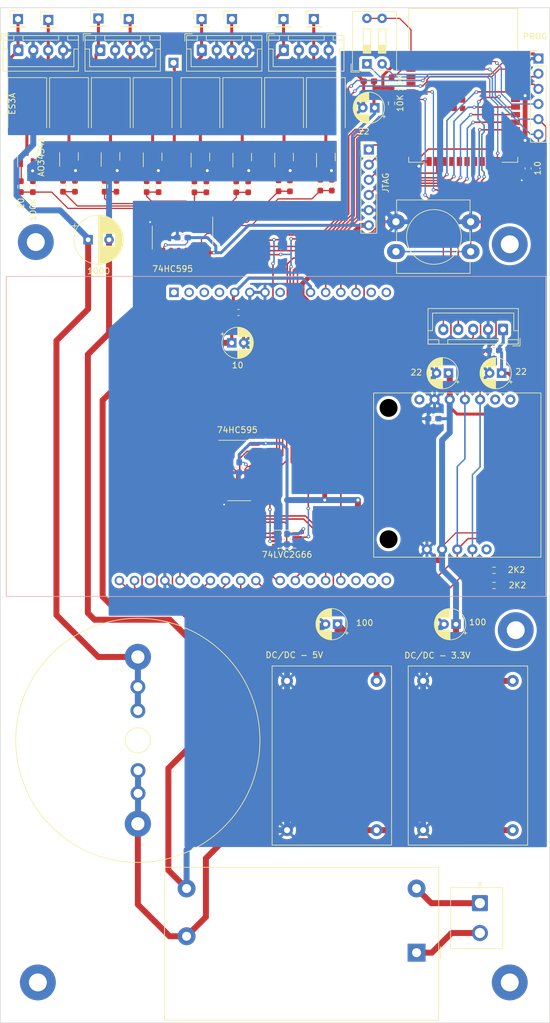
<source format=kicad_pcb>
(kicad_pcb (version 20211014) (generator pcbnew)
  (layers (0 "F.Cu" signal) (31 "B.Cu" signal) (34 "B.Paste" user) (35 "F.Paste" user) (36 "B.SilkS" user "B.Silkscreen") (37 "F.SilkS" user "F.Silkscreen") (38 "B.Mask" user) (39 "F.Mask" user) (44 "Edge.Cuts" user))
  (net 0 "")
  (net 1 "+3.3V")
  (net 2 "GND")
  (net 3 "/EN")
  (net 4 "+5V")
  (net 5 "+12V")
  (net 6 "/S1/O")
  (net 7 "/S2/O")
  (net 8 "/S3/O")
  (net 9 "/S4/O")
  (net 10 "/S5/O")
  (net 11 "/S6/O")
  (net 12 "/S7/O")
  (net 13 "/S8/O")
  (net 14 "/TMS")
  (net 15 "/TDI")
  (net 16 "/TDO")
  (net 17 "/TCK")
  (net 18 "Net-(J2-Pad2)")
  (net 19 "Net-(J2-Pad3)")
  (net 20 "Net-(J2-Pad6)")
  (net 21 "Net-(L1-Pad2)")
  (net 22 "Net-(P1-Pad1)")
  (net 23 "Net-(P1-Pad2)")
  (net 24 "Net-(Q1-Pad1)")
  (net 25 "Net-(Q2-Pad1)")
  (net 26 "Net-(Q3-Pad1)")
  (net 27 "Net-(Q4-Pad1)")
  (net 28 "Net-(Q5-Pad1)")
  (net 29 "Net-(Q6-Pad1)")
  (net 30 "Net-(Q7-Pad1)")
  (net 31 "Net-(Q8-Pad1)")
  (net 32 "/SCL")
  (net 33 "/SDA")
  (net 34 "/S1/I")
  (net 35 "/S2/I")
  (net 36 "/S3/I")
  (net 37 "/S4/I")
  (net 38 "/S5/I")
  (net 39 "/S6/I")
  (net 40 "/S7/I")
  (net 41 "/S8/I")
  (net 50 "/LCD-SW2")
  (net 51 "/LCD-SW1")
  (net 52 "/LCD-CS")
  (net 54 "/CLK")
  (net 55 "/DI")
  (net 61 "Net-(U7-Pad1)")
  (net 62 "Net-(U7-Pad2)")
  (net 63 "Net-(U7-Pad3)")
  (net 64 "Net-(U7-Pad4)")
  (net 65 "Net-(U7-Pad5)")
  (net 66 "Net-(U7-Pad6)")
  (net 67 "Net-(U7-Pad7)")
  (net 69 "Net-(U7-Pad15)")
  (net 70 "Net-(U8-Pad2)")
  (net 71 "Net-(U8-Pad6)")
  (net 94 "Net-(SW2-Pad1)")
  (net 95 "/SOLENOID_OE")
  (net 96 "/FP_WAKEUP")
  (net 97 "/FP_RXD")
  (net 98 "/SOLENOID_CS")
  (net 99 "/FP_TXD")
  (net 100 "/LCD_BL")
  (net 101 "/LCD_LATCH")
  (net 102 "/RS{slash}X-")
  (net 103 "/WR{slash}Y+")
  (footprint "Resistor_SMD:R_0603_1608Metric_Pad0.98x0.95mm_HandSolder" (layer "F.Cu") (at 119.182 49.735 90)
    (fp_text reference "R8" hide)
    (fp_text value "20" hide)
  )
  (footprint "Package_SO:SO-16_3.9x9.9mm_P1.27mm" (layer "F.Cu") (at 112.6 97.421)
    (fp_text reference "U7" hide)
    (fp_text value "74HC595")
  )
  (footprint "esp:HW-111" (layer "F.Cu") (at 149.1 97.941 180)
    (fp_text reference "U5" hide)
    (fp_text value "HW-111" hide)
  )
  (footprint "Connector_PinHeader_2.54mm:PinHeader_1x01_P2.54mm_Vertical" (layer "F.Cu") (at 101.59 29.135 90)
    (fp_text reference "J11" hide)
    (fp_text value "Conn_01x01_Male" hide)
  )
  (footprint "Resistor_SMD:R_0603_1608Metric_Pad0.98x0.95mm_HandSolder" (layer "F.Cu") (at 155.25 114.145 180)
    (fp_text reference "R4" hide)
    (fp_text value "2K2")
  )
  (footprint "Resistor_SMD:R_0603_1608Metric_Pad0.98x0.95mm_HandSolder" (layer "F.Cu") (at 99.1 49.8835 90)
    (fp_text reference "R13" hide)
    (fp_text value "100K" hide)
  )
  (footprint "Package_SO:SO-16_3.9x9.9mm_P1.27mm" (layer "F.Cu") (at 103.1 58.421 -90)
    (fp_text reference "U6" hide)
    (fp_text value "74HC595")
  )
  (footprint "Package_TO_SOT_SMD:SOT-23" (layer "F.Cu") (at 120.1 44.921 90)
    (fp_text reference "Q2" hide)
    (fp_text value "AO3434A" hide)
  )
  (footprint "esp:ESP32-WROOM-32E-N8" (layer "F.Cu") (at 150.1 32.921)
    (fp_text reference "U1" hide)
    (fp_text value "ESP32-WROOM-32E-N8" hide)
  )
  (footprint "Resistor_SMD:R_0603_1608Metric_Pad0.98x0.95mm_HandSolder" (layer "F.Cu") (at 128.1 49.629 90)
    (fp_text reference "R5" hide)
    (fp_text value "100K" hide)
  )
  (footprint "Connector_PinHeader_2.54mm:PinHeader_1x01_P2.54mm_Vertical" (layer "F.Cu") (at 94.106 21.821)
    (fp_text reference "J16" hide)
    (fp_text value "Conn_01x01_Female" hide)
  )
  (footprint "Capacitor_THT:CP_Radial_D8.0mm_P3.50mm" (layer "F.Cu") (at 87.303349 58.773)
    (fp_text reference "C8" hide)
    (fp_text value "1000")
  )
  (footprint "Connector_PinHeader_2.54mm:PinHeader_1x01_P2.54mm_Vertical" (layer "F.Cu") (at 111.378 21.821)
    (fp_text reference "J14" hide)
    (fp_text value "Conn_01x01_Female" hide)
  )
  (footprint "Resistor_SMD:R_0603_1608Metric_Pad0.98x0.95mm_HandSolder" (layer "F.Cu") (at 138.105 32.484 90)
    (fp_text reference "R1" hide)
    (fp_text value "10K")
  )
  (footprint "Connector_JST:JST_XH_B4B-XH-A_1x04_P2.50mm_Vertical" (layer "F.Cu") (at 75.624 27.033)
    (fp_text reference "J6" hide)
    (fp_text value "Conn_01x04_Male" hide)
  )
  (footprint "Package_TO_SOT_SMD:SOT-23" (layer "F.Cu") (at 77.05 44.921 90)
    (fp_text reference "Q8" hide)
    (fp_text value "AO3434A")
  )
  (footprint "Resistor_SMD:R_0603_1608Metric_Pad0.98x0.95mm_HandSolder" (layer "F.Cu") (at 83.1 49.821 90)
    (fp_text reference "R18" hide)
    (fp_text value "20" hide)
  )
  (footprint "Capacitor_SMD:C_0603_1608Metric_Pad1.08x0.95mm_HandSolder" (layer "F.Cu") (at 134.295 32.23 180)
    (fp_text reference "C14" hide)
    (fp_text value "0.1" hide)
  )
  (footprint "Resistor_SMD:R_0603_1608Metric_Pad0.98x0.95mm_HandSolder" (layer "F.Cu") (at 138.105 35.913 90)
    (fp_text reference "R2" hide)
    (fp_text value "10K")
  )
  (footprint "Resistor_SMD:R_0603_1608Metric_Pad0.98x0.95mm_HandSolder" (layer "F.Cu") (at 107.1 49.921 90)
    (fp_text reference "R11" hide)
    (fp_text value "100K" hide)
  )
  (footprint "Package_TO_SOT_SMD:SOT-23" (layer "F.Cu") (at 127.1 44.921 90)
    (fp_text reference "Q1" hide)
    (fp_text value "AO3434A" hide)
  )
  (footprint "Diode_SMD:D_SMC" (layer "F.Cu") (at 91.1 36.421 -90)
    (fp_text reference "D6" hide)
    (fp_text value "ES3A" hide)
  )
  (footprint "Capacitor_THT:CP_Radial_D5.0mm_P2.00mm" (layer "F.Cu") (at 156.52 81.125 180)
    (fp_text reference "C10" hide)
    (fp_text value "22")
  )
  (footprint "Resistor_SMD:R_0603_1608Metric_Pad0.98x0.95mm_HandSolder" (layer "F.Cu") (at 85.1 49.821 90)
    (fp_text reference "R17" hide)
    (fp_text value "100K" hide)
  )
  (footprint "Diode_SMD:D_SMC" (layer "F.Cu") (at 84.1 36.421 -90)
    (fp_text reference "D7" hide)
    (fp_text value "ES3A" hide)
  )
  (footprint "Package_TO_SOT_SMD:SOT-23" (layer "F.Cu") (at 91.05 44.821 90)
    (fp_text reference "Q6" hide)
    (fp_text value "AO3434A" hide)
  )
  (footprint "Capacitor_SMD:C_0603_1608Metric_Pad1.08x0.95mm_HandSolder" (layer "F.Cu") (at 160.965 46.835 -90)
    (fp_text reference "C4" hide)
    (fp_text value "1.0")
  )
  (footprint "esp:DD_DC" (layer "F.Cu") (at 128.1 145.165 90)
    (fp_text reference "U2" hide)
    (fp_text value "DC/DC - 5V")
  )
  (footprint "Connector_JST:JST_XH_B4B-XH-A_1x04_P2.50mm_Vertical" (layer "F.Cu") (at 106.338 27.033)
    (fp_text reference "J4" hide)
    (fp_text value "Conn_01x04_Male" hide)
  )
  (footprint "Resistor_SMD:R_0603_1608Metric_Pad0.98x0.95mm_HandSolder" (layer "F.Cu") (at 92.05 49.821 90)
    (fp_text reference "R15" hide)
    (fp_text value "100K" hide)
  )
  (footprint "Resistor_SMD:R_0603_1608Metric_Pad0.98x0.95mm_HandSolder" (layer "F.Cu") (at 90.05 49.821 90)
    (fp_text reference "R16" hide)
    (fp_text value "20" hide)
  )
  (footprint "Diode_SMD:D_SMC" (layer "F.Cu") (at 106.1 36.421 -90)
    (fp_text reference "D4" hide)
    (fp_text value "ES3A" hide)
  )
  (footprint "Connector_PinHeader_2.54mm:PinHeader_1x01_P2.54mm_Vertical" (layer "F.Cu") (at 80.644 21.97)
    (fp_text reference "J18" hide)
    (fp_text value "Conn_01x01_Female" hide)
  )
  (footprint "Resistor_SMD:R_0603_1608Metric_Pad0.98x0.95mm_HandSolder" (layer "F.Cu") (at 114.102 49.921 90)
    (fp_text reference "R9" hide)
    (fp_text value "100K" hide)
  )
  (footprint "Capacitor_THT:CP_Radial_D5.0mm_P2.00mm" (layer "F.Cu") (at 111.34 76.045)
    (fp_text reference "C1" hide)
    (fp_text value "10")
  )
  (footprint "Diode_SMD:D_SMC" (layer "F.Cu") (at 98.1 36.421 -90)
    (fp_text reference "D5" hide)
    (fp_text value "ES3A" hide)
  )
  (footprint "Resistor_SMD:R_0603_1608Metric_Pad0.98x0.95mm_HandSolder" (layer "F.Cu") (at 105.1 49.921 90)
    (fp_text reference "R12" hide)
    (fp_text value "20" hide)
  )
  (footprint "Package_TO_SOT_SMD:SOT-23" (layer "F.Cu") (at 106.1 44.921 90)
    (fp_text reference "Q4" hide)
    (fp_text value "AO3434A" hide)
  )
  (footprint "Package_TO_SOT_SMD:SOT-23" (layer "F.Cu") (at 98.1 44.8835 90)
    (fp_text reference "Q5" hide)
    (fp_text value "AO3434A" hide)
  )
  (footprint "Capacitor_THT:CP_Radial_D5.0mm_P2.00mm" (layer "F.Cu") (at 135.29 36.675 180)
    (fp_text reference "C2" hide)
    (fp_text value "22")
  )
  (footprint "Connector_PinHeader_2.54mm:PinHeader_1x01_P2.54mm_Vertical" (layer "F.Cu") (at 75.564 21.821)
    (fp_text reference "J19" hide)
    (fp_text value "Conn_01x01_Female" hide)
  )
  (footprint "Package_SO:SSOP-8_2.95x2.8mm_P0.65mm" (layer "F.Cu") (at 120.6 108.921)
    (fp_text reference "U8" hide)
    (fp_text value "74LVC2G66")
  )
  (footprint "Diode_SMD:D_SMC" (layer "F.Cu") (at 120.1 36.421 -90)
    (fp_text reference "D2" hide)
    (fp_text value "ES3A" hide)
  )
  (footprint "Connector_PinHeader_2.54mm:PinHeader_1x01_P2.54mm_Vertical" (layer "F.Cu") (at 120.014 21.821)
    (fp_text reference "J13" hide)
    (fp_text value "Conn_01x01_Female" hide)
  )
  (footprint "Resistor_SMD:R_0603_1608Metric_Pad0.98x0.95mm_HandSolder" (layer "F.Cu") (at 155.25 116.685 180)
    (fp_text reference "R3" hide)
    (fp_text value "2K2")
  )
  (footprint "Connector_PinHeader_2.54mm:PinHeader_1x06_P2.54mm_Vertical" (layer "F.Cu") (at 162.686 28.421)
    (fp_text reference "J2" hide)
    (fp_text value "PROG")
  )
  (footprint "Button_Switch_THT:SW_PUSH-12mm_Wuerth-430476085716" (layer "F.Cu") (at 138.84 55.765)
    (fp_text reference "SW1" hide)
    (fp_text value "SW_Push" hide)
  )
  (footprint "Connector_JST:JST_XH_B4B-XH-A_1x04_P2.50mm_Vertical" (layer "F.Cu") (at 89.34 27.033)
    (fp_text reference "J5" hide)
    (fp_text value "Conn_01x04_Male" hide)
  )
  (footprint "Package_TO_SOT_SMD:SOT-23" (layer "F.Cu") (at 84.1 44.821 90)
    (fp_text reference "Q7" hide)
    (fp_text value "AO3434A" hide)
  )
  (footprint "Diode_SMD:D_SMC" (layer "F.Cu") (at 113.1 36.421 -90)
    (fp_text reference "D3" hide)
    (fp_text value "ES3A" hide)
  )
  (footprint "Connector_PinHeader_2.54mm:PinHeader_1x06_P2.54mm_Vertical" (layer "F.Cu") (at 134.295 43.66)
    (fp_text reference "J1" hide)
    (fp_text value "JTAG")
  )
  (footprint "Resistor_SMD:R_0603_1608Metric_Pad0.98x0.95mm_HandSolder" (layer "F.Cu") (at 78.05 49.8835 90)
    (fp_text reference "R19" hide)
    (fp_text value "100K")
  )
  (footprint "Resistor_SMD:R_0603_1608Metric_Pad0.98x0.95mm_HandSolder" (layer "F.Cu") (at 97.1 49.8835 90)
    (fp_text reference "R14" hide)
    (fp_text value "20" hide)
  )
  (footprint "Package_TO_SOT_SMD:SOT-23" (layer "F.Cu") (at 113.1 44.921 90)
    (fp_text reference "Q3" hide)
    (fp_text value "AO3434A" hide)
  )
  (footprint "Connector_JST:JST_NV_B02P-NV_1x02_P5.00mm_Vertical" (layer "F.Cu") (at 152.89 169.8875 -90)
    (fp_text reference "P1" hide)
    (fp_text value "Conn_WallPlug" hide)
  )
  (footprint "Connector_JST:JST_XH_B4B-XH-A_1x04_P2.50mm_Vertical" (layer "F.Cu") (at 120.074 27.033)
    (fp_text reference "J3" hide)
    (fp_text value "Conn_01x04_Male" hide)
  )
  (footprint "Resistor_SMD:R_0603_1608Metric_Pad0.98x0.95mm_HandSolder" (layer "F.Cu") (at 126.167 49.629 90)
    (fp_text reference "R6" hide)
    (fp_text value "20" hide)
  )
  (footprint "Inductor_THT:L_Radial_D40.6mm_P27.94mm_Vishay_IHB-4" (layer "F.Cu") (at 95.63 128.655 -90)
    (fp_text reference "L1" hide)
    (fp_text value "10mH" hide)
  )
  (footprint "Connector_PinHeader_2.54mm:PinHeader_1x01_P2.54mm_Vertical" (layer "F.Cu") (at 125.094 21.821)
    (fp_text reference "J12" hide)
    (fp_text value "Conn_01x01_Female" hide)
  )
  (footprint "Diode_SMD:D_SMC" (layer "F.Cu") (at 77.1 36.421 -90)
    (fp_text reference "D8" hide)
    (fp_text value "ES3A")
  )
  (footprint "esp:DD_DC" (layer "F.Cu") (at 150.89 145.165 90)
    (fp_text reference "U3" hide)
    (fp_text value "DC/DC - 3.3V")
  )
  (footprint "Resistor_SMD:R_0603_1608Metric_Pad0.98x0.95mm_HandSolder" (layer "F.Cu") (at 121.087 49.756 90)
    (fp_text reference "R7" hide)
    (fp_text value "100K" hide)
  )
  (footprint "Capacitor_THT:CP_Radial_D5.0mm_P2.00mm" (layer "F.Cu") (at 147.63 81.125 180)
    (fp_text reference "C7" hide)
    (fp_text value "22")
  )
  (footprint "Button_Switch_THT:SW_DIP_SPSTx02_Slide_9.78x7.26mm_W7.62mm_P2.54mm" (layer "F.Cu") (at 133.979 29.3185 90)
    (fp_text reference "SW2" hide)
    (fp_text value "SW_DIP_x02" hide)
  )
  (footprint "Connector_PinHeader_2.54mm:PinHeader_1x01_P2.54mm_Vertical" (layer "F.Cu") (at 106.298 21.821)
    (fp_text reference "J15" hide)
    (fp_text value "Conn_01x01_Female" hide)
  )
  (footprint "Connector_JST:JST_XH_B5B-XH-A_1x05_P2.50mm_Vertical" (layer "F.Cu") (at 156.764 73.803 180)
    (fp_text reference "U4" hide)
    (fp_text value "R503" hide)
  )
  (footprint "Diode_SMD:D_SMC" (layer "F.Cu") (at 127.1 36.421 -90)
    (fp_text reference "D1" hide)
    (fp_text value "ES3A" hide)
  )
  (footprint "Capacitor_THT:CP_Radial_D5.0mm_P2.00mm" (layer "F.Cu") (at 148.89 123.165 180)
    (fp_text reference "C6" hide)
    (fp_text value "100")
  )
  (footprint "Capacitor_THT:CP_Radial_D5.0mm_P2.00mm" (layer "F.Cu") (at 129.055112 123.165 180)
    (fp_text reference "C5" hide)
    (fp_text value "100")
  )
  (footprint "Resistor_SMD:R_0603_1608Metric_Pad0.98x0.95mm_HandSolder" (layer "F.Cu") (at 112.1 49.921 90)
    (fp_text reference "R10" hide)
    (fp_text value "20" hide)
  )
  (footprint "Converter_ACDC:Converter_ACDC_MeanWell_IRM-10-xx_THT" (layer "F.Cu") (at 142.2875 178.181 180)
    (fp_text reference "PS1" hide)
    (fp_text value "IRM-10-12" hide)
  )
  (footprint "Resistor_SMD:R_0603_1608Metric_Pad0.98x0.95mm_HandSolder" (layer "F.Cu") (at 76.05 49.8835 90)
    (fp_text reference "R20" hide)
    (fp_text value "20")
  )
  (footprint "Connector_PinHeader_2.54mm:PinHeader_1x01_P2.54mm_Vertical" (layer "F.Cu") (at 89.026 21.716)
    (fp_text reference "J17" hide)
    (fp_text value "Conn_01x01_Female" hide)
  )
  (footprint "Capacitor_SMD:C_0603_1608Metric_Pad1.08x0.95mm_HandSolder" (layer "F.Cu") (at 112.4775 70.965)
    (fp_text reference "C15" hide)
    (fp_text value "0.1" hide)
  )
  (footprint "Capacitor_SMD:C_0603_1608Metric_Pad1.08x0.95mm_HandSolder" (layer "B.Cu") (at 103.1 58.421 180)
    (fp_text reference "C12" hide)
    (fp_text value "0.1" hide)
  )
  (footprint "Capacitor_SMD:C_0603_1608Metric_Pad1.08x0.95mm_HandSolder" (layer "B.Cu") (at 145.09 88.745 180)
    (fp_text reference "C13" hide)
    (fp_text value "0.1" hide)
  )
  (footprint "Capacitor_SMD:C_0603_1608Metric_Pad1.08x0.95mm_HandSolder" (layer "B.Cu") (at 120.6 108.921 -90)
    (fp_text reference "C3" hide)
    (fp_text value "0.1" hide)
  )
  (footprint "Capacitor_SMD:C_0603_1608Metric_Pad1.08x0.95mm_HandSolder" (layer "B.Cu") (at 155.25 77.315 180)
    (fp_text reference "C9" hide)
    (fp_text value "0.1" hide)
  )
  (footprint "esp:LCD" (layer "B.Cu") (at 137.23 67.591 180)
    (fp_text reference "U9" hide)
    (fp_text value "LCD" hide)
  )
  (footprint "Capacitor_SMD:C_0603_1608Metric_Pad1.08x0.95mm_HandSolder" (layer "B.Cu") (at 112.6 96.921 -90)
    (fp_text reference "C11" hide)
    (fp_text value "0.1" hide)
  )
  (gr_line (start 72.6 19.921) (end 164.6 19.921) (layer "Edge.Cuts") (width 0.1))
  (gr_line (start 164.6 19.921) (end 164.6 189.921) (layer "Edge.Cuts") (width 0.1))
  (gr_line (start 72.6 189.921) (end 72.6 19.921) (layer "Edge.Cuts") (width 0.1))
  (gr_line (start 164.6 189.921) (end 72.6 189.921) (layer "Edge.Cuts") (width 0.1))
  (via (at 157.89 183.165) (size 6) (drill 3) (layers "F.Cu" "B.Cu") (net 0))
  (via (at 157.89 59.535) (size 6) (drill 3) (layers "F.Cu" "B.Cu") (net 0))
  (via (at 78.89 183.165) (size 6) (drill 3) (layers "F.Cu" "B.Cu") (net 0))
  (via (at 78.542 59.165) (size 6) (drill 3) (layers "F.Cu" "B.Cu") (net 0))
  (via (at 158.89 124.165) (size 6) (drill 3) (layers "F.Cu" "B.Cu") (net 0))
  (segment (start 156.1625 113.5725) (end 157.05 112.685) (width 0.2) (layer "F.Cu") (net 1))
  (segment (start 160.35 83.885) (end 160.35 87.065) (width 0.5) (layer "F.Cu") (net 1))
  (segment (start 156.1625 116.685) (end 156.1625 114.145) (width 0.2) (layer "F.Cu") (net 1))
  (segment (start 123.35 107.925) (end 123.35 107.225) (width 0.2) (layer "F.Cu") (net 1))
  (segment (start 147.84 86.765) (end 147.84 85.541) (width 0.5) (layer "F.Cu") (net 1))
  (segment (start 160.35 87.065) (end 159.44 87.975) (width 0.5) (layer "F.Cu") (net 1))
  (segment (start 135.1575 32.23) (end 135.1575 33.4075) (width 0.5) (layer "F.Cu") (net 1))
  (segment (start 114.141 100.596) (end 115.175 100.596) (width 0.2) (layer "F.Cu") (net 1))
  (segment (start 126.91 102.375) (end 126.91 71.950899) (width 0.8) (layer "F.Cu") (net 1))
  (segment (start 132.47 109.705) (end 135.19 112.425) (width 1) (layer "F.Cu") (net 1))
  (segment (start 113.55 100.005) (end 114.141 100.596) (width 0.2) (layer "F.Cu") (net 1))
  (segment (start 115.175 96.786) (end 113.969 96.786) (width 0.2) (layer "F.Cu") (net 1))
  (segment (start 148.89 126.235) (end 148.89 123.165) (width 1) (layer "F.Cu") (net 1))
  (segment (start 138.105 33.3965) (end 138.105 35.0005) (width 0.5) (layer "F.Cu") (net 1))
  (segment (start 135.1575 33.4075) (end 135.1575 36.5425) (width 0.5) (layer "F.Cu") (net 1))
  (segment (start 149.05 87.975) (end 147.84 86.765) (width 0.5) (layer "F.Cu") (net 1))
  (segment (start 156.52 81.125) (end 157.59 81.125) (width 0.5) (layer "F.Cu") (net 1))
  (segment (start 146.56 110.185) (end 146.56 110.641) (width 0.2) (layer "F.Cu") (net 1))
  (segment (start 135.19 112.425) (end 146.05 112.425) (width 1) (layer "F.Cu") (net 1))
  (segment (start 156.1625 114.145) (end 156.1625 113.5725) (width 0.2) (layer "F.Cu") (net 1))
  (segment (start 122.3 107.946) (end 123.329 107.946) (width 0.2) (layer "F.Cu") (net 1))
  (segment (start 136.6475 31.315228) (end 139.031728 28.931) (width 0.5) (layer "F.Cu") (net 1))
  (segment (start 126.91 71.950899) (end 123.13 68.170899) (width 0.8) (layer "F.Cu") (net 1))
  (segment (start 139.031728 28.931) (end 141.35 28.931) (width 0.5) (layer "F.Cu") (net 1))
  (segment (start 155.476 28.931) (end 155.73 29.185) (width 0.2) (layer "F.Cu") (net 1))
  (segment (start 108.35 60.945) (end 107.596 60.945) (width 0.5) (layer "F.Cu") (net 1))
  (segment (start 147.84 85.541) (end 147.84 81.335) (width 1) (layer "F.Cu") (net 1))
  (segment (start 99.925 60.01) (end 100.29 59.645) (width 0.2) (layer "F.Cu") (net 1))
  (segment (start 141.35 28.931) (end 155.476 28.931) (width 0.2) (layer "F.Cu") (net 1))
  (segment (start 115.276 92.875) (end 115.175 92.976) (width 0.5) (layer "F.Cu") (net 1))
  (segment (start 99.925 60.996) (end 99.925 60.01) (width 0.2) (layer "F.Cu") (net 1))
  (segment (start 117.04 92.875) (end 115.276 92.875) (width 0.5) (layer "F.Cu") (net 1))
  (segment (start 123.329 107.946) (end 123.35 107.925) (width 0.2) (layer "F.Cu") (net 1))
  (segment (start 132.945 56.36) (end 134.295 56.36) (width 0.8) (layer "F.Cu") (net 1))
  (segment (start 113.969 96.786) (end 113.55 97.205) (width 0.2) (layer "F.Cu") (net 1))
  (segment (start 136.6475 33.4075) (end 137.84 33.4075) (width 0.5) (layer "F.Cu") (net 1))
  (segment (start 123.13 68.170899) (end 123.13 66.175) (width 0.8) (layer "F.Cu") (net 1))
  (segment (start 156.06 107.875) (end 148.87 107.875) (width 0.2) (layer "F.Cu") (net 1))
  (segment (start 114.101 96.786) (end 113.72 96.405) (width 0.2) (layer "F.Cu") (net 1))
  (segment (start 123.13 66.175) (end 132.945 56.36) (width 0.8) (layer "F.Cu") (net 1))
  (segment (start 107.596 60.945) (end 107.545 60.996) (width 0.5) (layer "F.Cu") (net 1))
  (segment (start 147.84 81.335) (end 147.63 81.125) (width 1) (layer "F.Cu") (net 1))
  (segment (start 146.56 111.915) (end 146.56 110.641) (width 1) (layer "F.Cu") (net 1))
  (segment (start 159.44 87.975) (end 149.05 87.975) (width 0.5) (layer "F.Cu") (net 1))
  (segment (start 158.39 132.665) (end 155.32 132.665) (width 1) (layer "F.Cu") (net 1))
  (segment (start 135.1575 36.5425) (end 135.29 36.675) (width 0.5) (layer "F.Cu") (net 1))
  (segment (start 115.175 96.786) (end 114.101 96.786) (width 0.2) (layer "F.Cu") (net 1))
  (segment (start 132.47 102.375) (end 132.47 109.705) (width 1) (layer "F.Cu") (net 1))
  (segment (start 136.6475 33.4075) (end 136.6475 31.315228) (width 0.5) (layer "F.Cu") (net 1))
  (segment (start 148.87 107.875) (end 146.56 110.185) (width 0.2) (layer "F.Cu") (net 1))
  (segment (start 157.05 108.865) (end 156.06 107.875) (width 0.2) (layer "F.Cu") (net 1))
  (segment (start 135.1575 33.4075) (end 136.6475 33.4075) (width 0.5) (layer "F.Cu") (net 1))
  (segment (start 146.05 112.425) (end 146.56 111.915) (width 1) (layer "F.Cu") (net 1))
  (segment (start 157.59 81.125) (end 160.35 83.885) (width 0.5) (layer "F.Cu") (net 1))
  (segment (start 113.55 97.205) (end 113.55 100.005) (width 0.2) (layer "F.Cu") (net 1))
  (segment (start 155.32 132.665) (end 148.89 126.235) (width 1) (layer "F.Cu") (net 1))
  (segment (start 157.05 112.685) (end 157.05 108.865) (width 0.2) (layer "F.Cu") (net 1))
  (via (at 117.04 92.875) (size 0.6) (drill 0.3) (layers "F.Cu" "B.Cu") (net 1))
  (via (at 113.72 96.405) (size 0.6) (drill 0.3) (layers "F.Cu" "B.Cu") (net 1))
  (via (at 132.47 102.375) (size 1) (drill 0.5) (layers "F.Cu" "B.Cu") (net 1))
  (via (at 100.29 59.645) (size 0.6) (drill 0.3) (layers "F.Cu" "B.Cu") (net 1))
  (via (at 155.73 29.185) (size 0.6) (drill 0.3) (layers "F.Cu" "B.Cu") (net 1))
  (via (at 126.91 102.375) (size 1) (drill 0.5) (layers "F.Cu" "B.Cu") (net 1))
  (via (at 123.35 107.225) (size 0.6) (drill 0.3) (layers "F.Cu" "B.Cu") (net 1))
  (via (at 108.35 60.945) (size 0.6) (drill 0.3) (layers "F.Cu" "B.Cu") (net 1))
  (segment (start 156.48 29.935) (end 156.48 34.325) (width 0.2) (layer "B.Cu") (net 1))
  (segment (start 156.1125 76.7225) (end 156.8 76.035) (width 0.5) (layer "B.Cu") (net 1))
  (segment (start 135.29 36.675) (end 135.29 37.625) (width 0.5) (layer "B.Cu") (net 1))
  (segment (start 156.8 76.035) (end 156.8 73.839) (width 0.5) (layer "B.Cu") (net 1))
  (segment (start 120.6 102.375) (end 132.47 102.375) (width 1) (layer "B.Cu") (net 1))
  (segment (start 107.256 58.421) (end 108.68 59.845) (width 0.5) (layer "B.Cu") (net 1))
  (segment (start 145.9525 88.745) (end 147.83 88.745) (width 0.5) (layer "B.Cu") (net 1))
  (segment (start 120.6 108.0585) (end 120.6 102.375) (width 0.5) (layer "B.Cu") (net 1))
  (segment (start 147.83 88.745) (end 147.84 88.735) (width 0.5) (layer "B.Cu") (net 1))
  (segment (start 131.555 56.36) (end 134.295 56.36) (width 0.5) (layer "B.Cu") (net 1))
  (segment (start 156.52 77.7225) (end 156.1125 77.315) (width 0.5) (layer "B.Cu") (net 1))
  (segment (start 100.29 59.645) (end 103.53 59.645) (width 0.2) (layer "B.Cu") (net 1))
  (segment (start 156.48 34.325) (end 158.196 36.041) (width 0.2) (layer "B.Cu") (net 1))
  (segment (start 120.6 102.375) (end 120.6 93.815) (width 0.5) (layer "B.Cu") (net 1))
  (segment (start 108.35 60.945) (end 109.57 60.945) (width 0.5) (layer "B.Cu") (net 1))
  (segment (start 122.5165 108.0585) (end 120.6 108.0585) (width 0.5) (layer "B.Cu") (net 1))
  (segment (start 103.9625 59.2125) (end 103.9625 58.421) (width 0.2) (layer "B.Cu") (net 1))
  (segment (start 148.89 123.165) (end 148.89 116.315) (width 1) (layer "B.Cu") (net 1))
  (segment (start 158.196 36.041) (end 162.686 36.041) (width 0.2) (layer "B.Cu") (net 1))
  (segment (start 112.6 94.735) (end 114.46 92.875) (width 0.5) (layer "B.Cu") (net 1))
  (segment (start 146.56 92.355) (end 147.84 91.075) (width 1) (layer "B.Cu") (net 1))
  (segment (start 155.73 29.185) (end 156.48 29.935) (width 0.2) (layer "B.Cu") (net 1))
  (segment (start 119.66 92.875) (end 117.04 92.875) (width 0.5) (layer "B.Cu") (net 1))
  (segment (start 114.46 92.875) (end 116.59 92.875) (width 0.5) (layer "B.Cu") (net 1))
  (segment (start 116.97 92.945) (end 117.04 92.875) (width 0.5) (layer "B.Cu") (net 1))
  (segment (start 108.68 60.895) (end 108.63 60.945) (width 0.5) (layer "B.Cu") (net 1))
  (segment (start 156.52 81.125) (end 156.52 77.7225) (width 0.5) (layer "B.Cu") (net 1))
  (segment (start 112.6 96.0585) (end 112.6 94.735) (width 0.5) (layer "B.Cu") (net 1))
  (segment (start 146.56 110.641) (end 146.56 92.355) (width 1) (layer "B.Cu") (net 1))
  (segment (start 123.35 107.225) (end 122.5165 108.0585) (width 0.5) (layer "B.Cu") (net 1))
  (segment (start 113.3735 96.0585) (end 112.6 96.0585) (width 0.2) (layer "B.Cu") (net 1))
  (segment (start 147.84 91.075) (end 147.84 88.735) (width 1) (layer "B.Cu") (net 1))
  (segment (start 146.56 113.985) (end 146.56 110.641) (width 1) (layer "B.Cu") (net 1))
  (segment (start 114.155 56.36) (end 131.555 56.36) (width 0.5) (layer "B.Cu") (net 1))
  (segment (start 103.9625 58.421) (end 107.256 58.421) (width 0.5) (layer "B.Cu") (net 1))
  (segment (start 156.8 73.839) (end 156.764 73.803) (width 0.5) (layer "B.Cu") (net 1))
  (segment (start 113.72 96.405) (end 113.3735 96.0585) (width 0.2) (layer "B.Cu") (net 1))
  (segment (start 147.84 88.735) (end 147.84 85.541) (width 1) (layer "B.Cu") (net 1))
  (segment (start 116.59 92.875) (end 116.66 92.945) (width 0.5) (layer "B.Cu") (net 1))
  (segment (start 148.89 116.315) (end 146.56 113.985) (width 1) (layer "B.Cu") (net 1))
  (segment (start 109.57 60.945) (end 114.155 56.36) (width 0.5) (layer "B.Cu") (net 1))
  (segment (start 108.63 60.945) (end 108.35 60.945) (width 0.5) (layer "B.Cu") (net 1))
  (segment (start 116.66 92.945) (end 116.97 92.945) (width 0.5) (layer "B.Cu") (net 1))
  (segment (start 135.29 37.625) (end 131.555 41.36) (width 0.5) (layer "B.Cu") (net 1))
  (segment (start 156.1125 77.315) (end 156.1125 76.7225) (width 0.5) (layer "B.Cu") (net 1))
  (segment (start 131.555 41.36) (end 131.555 56.36) (width 0.5) (layer "B.Cu") (net 1))
  (segment (start 103.53 59.645) (end 103.9625 59.2125) (width 0.2) (layer "B.Cu") (net 1))
  (segment (start 120.6 93.815) (end 119.66 92.875) (width 0.5) (layer "B.Cu") (net 1))
  (segment (start 108.68 59.845) (end 108.68 60.895) (width 0.5) (layer "B.Cu") (net 1))
  (segment (start 160.965 47.75) (end 159.9 48.815) (width 0.2) (layer "F.Cu") (net 2))
  (segment (start 98.624 55.815) (end 98.655 55.846) (width 0.5) (layer "F.Cu") (net 2))
  (segment (start 100.74 164.3835) (end 100.74 147.295) (width 1) (layer "F.Cu") (net 2))
  (segment (start 87.26 77.985) (end 90.803349 74.441651) (width 1) (layer "F.Cu") (net 2))
  (segment (start 133.4325 32.23) (end 131.92 30.7175) (width 0.5) (layer "F.Cu") (net 2))
  (segment (start 133.4325 36.5325) (end 133.29 36.675) (width 0.5) (layer "F.Cu") (net 2))
  (segment (start 103.7875 167.431) (end 100.74 164.3835) (width 1) (layer "F.Cu") (net 2))
  (segment (start 114.05 48.9565) (end 114.102 49.0085) (width 0.5) (layer "F.Cu") (net 2))
  (segment (start 99.05 45.821) (end 99.05 48.921) (width 0.5) (layer "F.Cu") (net 2))
  (segment (start 92 48.8585) (end 92.05 48.9085) (width 0.5) (layer "F.Cu") (net 2))
  (segment (start 110.025 101.866) (end 110.025 103.09) (width 0.5) (layer "F.Cu") (net 2))
  (segment (start 78 45.8585) (end 78 48.921) (width 0.5) (layer "F.Cu") (net 2))
  (segment (start 110.025 103.09) (end 110.07 103.135) (width 0.5) (layer "F.Cu") (net 2))
  (segment (start 113.34 76.045) (end 113.34 70.965) (width 0.5) (layer "F.Cu") (net 2))
  (segment (start 92 45.7585) (end 92 48.8585) (width 0.5) (layer "F.Cu") (net 2))
  (segment (start 131.92 30.7175) (end 131.92 28.455) (width 0.5) (layer "F.Cu") (net 2))
  (segment (start 85.05 45.7585) (end 85.05 48.8585) (width 0.5) (layer "F.Cu") (net 2))
  (segment (start 101.726 29.139) (end 101.726 46.889) (width 0.5) (layer "F.Cu") (net 2))
  (segment (start 136.519 21.6985) (end 139.4535 21.6985) (width 0.2) (layer "F.Cu") (net 2))
  (segment (start 128.05 45.8585) (end 128.05 48.6665) (width 0.5) (layer "F.Cu") (net 2))
  (segment (start 114.37 69.935) (end 114.37 67.591) (width 0.5) (layer "F.Cu") (net 2))
  (segment (start 104.41 143.625) (end 104.41 125.845) (width 1) (layer "F.Cu") (net 2))
  (segment (start 85.05 48.8585) (end 85.1 48.9085) (width 0.5) (layer "F.Cu") (net 2))
  (segment (start 131.89 28.425) (end 132.654 27.661) (width 0.5) (layer "F.Cu") (net 2))
  (segment (start 114.05 45.8585) (end 114.05 48.9565) (width 0.5) (layer "F.Cu") (net 2))
  (segment (start 139.4535 21.6985) (end 141.35 23.595) (width 0.2) (layer "F.Cu") (net 2))
  (segment (start 121.05 48.8065) (end 121.087 48.8435) (width 0.5) (layer "F.Cu") (net 2))
  (segment (start 87.26 121.295) (end 87.26 77.985) (width 1) (layer "F.Cu") (net 2))
  (segment (start 97.68 55.815) (end 98.624 55.815) (width 0.5) (layer "F.Cu") (net 2))
  (segment (start 128.05 48.6665) (end 128.1 48.7165) (width 0.5) (layer "F.Cu") (net 2))
  (segment (start 158.85 27.661) (end 161.926 27.661) (width 0.5) (layer "F.Cu") (net 2))
  (segment (start 160.965 47.6975) (end 160.965 47.75) (width 0.2) (layer "F.Cu") (net 2))
  (segment (start 133.979 21.6985) (end 136.519 21.6985) (width 0.2) (layer "F.Cu") (net 2))
  (segment (start 99.05 48.921) (end 99.1 48.971) (width 0.5) (layer "F.Cu") (net 2))
  (segment (start 131.92 28.455) (end 131.89 28.425) (width 0.5) (layer "F.Cu") (net 2))
  (segment (start 114.37 67.591) (end 116.91 67.591) (width 0.5) (layer "F.Cu") (net 2))
  (segment (start 78 48.921) (end 78.05 48.971) (width 0.5) (layer "F.Cu") (net 2))
  (segment (start 132.654 27.661) (end 141.35 27.661) (width 0.5) (layer "F.Cu") (net 2))
  (segment (start 143.454 45.671) (end 142.68 46.445) (width 0.5) (layer "F.Cu") (net 2))
  (segment (start 118.9 110.255) (end 119.14 110.495) (width 0.2) (layer "F.Cu") (net 2))
  (segment (start 141.35 23.595) (end 141.35 27.661) (width 0.2) (layer "F.Cu") (net 2))
  (segment (start 121.05 45.8585) (end 121.05 48.8065) (width 0.5) (layer "F.Cu") (net 2))
  (segment (start 141.35 27.661) (end 158.85 27.661) (width 0.5) (layer "F.Cu") (net 2))
  (segment (start 118.9 109.896) (end 118.9 110.255) (width 0.2) (layer "F.Cu") (net 2))
  (segment (start 133.4325 32.23) (end 133.4325 36.5325) (width 0.5) (layer "F.Cu") (net 2))
  (segment (start 160.457 34.643) (end 160.457 42.136) (width 0.8) (layer "F.Cu") (net 2))
  (segment (start 144.385 45.671) (end 143.454 45.671) (width 0.5) (layer "F.Cu") (net 2))
  (segment (start 100.98 122.415) (end 88.38 122.415) (width 1) (layer "F.Cu") (net 2))
  (segment (start 100.74 147.295) (end 104.41 143.625) (width 1) (layer "F.Cu") (net 2))
  (segment (start 113.34 70.965) (end 114.37 69.935) (width 0.5) (layer "F.Cu") (net 2))
  (segment (start 88.38 122.415) (end 87.26 121.295) (width 1) (layer "F.Cu") (net 2))
  (segment (start 107.05 45.8585) (end 107.05 48.9585) (width 0.5) (layer "F.Cu") (net 2))
  (segment (start 161.926 27.661) (end 162.686 28.421) (width 0.5) (layer "F.Cu") (net 2))
  (segment (start 101.42 47.195) (end 99.06 47.195) (width 0.5) (layer "F.Cu") (net 2))
  (segment (start 101.726 46.889) (end 101.42 47.195) (width 0.5) (layer "F.Cu") (net 2))
  (segment (start 90.803349 74.441651) (end 90.803349 58.773) (width 1) (layer "F.Cu") (net 2))
  (segment (start 107.05 48.9585) (end 107.1 49.0085) (width 0.5) (layer "F.Cu") (net 2))
  (segment (start 104.41 125.845) (end 100.98 122.415) (width 1) (layer "F.Cu") (net 2))
  (via (at 85.2 47.195) (size 1) (drill 0.5) (layers "F.Cu" "B.Cu") (net 2))
  (via (at 107.25 47.195) (size 1) (drill 0.5) (layers "F.Cu" "B.Cu") (net 2))
  (via (at 99.06 47.195) (size 1) (drill 0.5) (layers "F.Cu" "B.Cu") (net 2))
  (via (at 159.9 48.815) (size 0.6) (drill 0.3) (layers "F.Cu" "B.Cu") (net 2))
  (via (at 128.05 47.195) (size 1) (drill 0.5) (layers "F.Cu" "B.Cu") (net 2))
  (via (at 92.17 47.195) (size 1) (drill 0.5) (layers "F.Cu" "B.Cu") (net 2))
  (via (at 142.68 46.445) (size 1) (drill 0.5) (layers "F.Cu" "B.Cu") (net 2))
  (via (at 97.68 55.815) (size 0.6) (drill 0.3) (layers "F.Cu" "B.Cu") (net 2))
  (via (at 110.07 103.135) (size 0.6) (drill 0.3) (layers "F.Cu" "B.Cu") (net 2))
  (via (at 160.457 34.643) (size 1) (drill 0.5) (layers "F.Cu" "B.Cu") (net 2))
  (via (at 119.14 110.495) (size 0.6) (drill 0.3) (layers "F.Cu" "B.Cu") (net 2))
  (via (at 114.19 47.195) (size 1) (drill 0.5) (layers "F.Cu" "B.Cu") (net 2))
  (via (at 160.457 42.136) (size 1) (drill 0.5) (layers "F.Cu" "B.Cu") (net 2))
  (via (at 121.13 47.195) (size 1) (drill 0.5) (layers "F.Cu" "B.Cu") (net 2))
  (via (at 78.01 47.235) (size 1) (drill 0.5) (layers "F.Cu" "B.Cu") (net 2))
  (segment (start 137.31 34.525) (end 138.21 35.425) (width 0.5) (layer "B.Cu") (net 2))
  (segment (start 139.24 65.445) (end 135.33 61.535) (width 0.5) (layer "B.Cu") (net 2))
  (segment (start 105.5 99.705) (end 105.5 91.345) (width 0.5) (layer "B.Cu") (net 2))
  (segment (start 138.84 56.265) (end 138.84 55.765) (width 0.5) (layer "B.Cu") (net 2))
  (segment (start 142.68 46.445) (end 137.53 51.595) (width 0.5) (layer "B.Cu") (net 2))
  (segment (start 113.34 83.505) (end 113.34 78.665) (width 0.5) (layer "B.Cu") (net 2))
  (segment (start 135.965 41.1) (end 135.965 53.82) (width 0.5) (layer "B.Cu") (net 2))
  (segment (start 122.91 155.355) (end 141.08 155.355) (width 1) (layer "B.Cu") (net 2))
  (segment (start 90.803349 47.231651) (end 90.803349 58.773) (width 1) (layer "B.Cu") (net 2))
  (segment (start 142.94 55.765) (end 151.34 55.765) (width 0.8) (layer "B.Cu") (net 2))
  (segment (start 154.52 81.125) (end 154.52 77.4475) (width 0.5) (layer "B.Cu") (net 2))
  (segment (start 108.93 103.135) (end 105.5 99.705) (width 0.5) (layer "B.Cu") (net 2))
  (segment (start 144.2275 87.9875) (end 145.32 86.895) (width 0.5) (layer "B.Cu") (net 2))
  (segment (start 145.3 86.875) (end 145.3 85.541) (width 0.5) (layer "B.Cu") (net 2))
  (segment (start 162.686 28.421) (end 161.472 28.421) (width 0.5) (layer "B.Cu") (net 2))
  (segment (start 145.32 86.895) (end 145.3 86.875) (width 0.5) (layer "B.Cu") (net 2))
  (segment (start 160.457 42.136) (end 160.457 42.39) (width 0.5) (layer "B.Cu") (net 2))
  (segment (start 110.07 103.135) (end 112.6 100.605) (width 0.5) (layer "B.Cu") (net 2))
  (segment (start 134.295 53.82) (end 135.965 53.82) (width 0.5) (layer "B.Cu") (net 2))
  (segment (start 145.3 85.541) (end 145.3 81.455) (width 0.5) (layer "B.Cu") (net 2))
  (segment (start 97.42 56.025) (end 97.42 55.765) (width 0.5) (layer "B.Cu") (net 2))
  (segment (start 154.3875 77.315) (end 154.3875 73.9265) (width 0.5) (layer "B.Cu") (net 2))
  (segment (start 107.464 123.165) (end 127.055112 123.165) (width 0.5) (layer "B.Cu") (net 2))
  (segment (start 97.63 55.765) (end 97.68 55.815) (width 0.5) (layer "B.Cu") (net 2))
  (segment (start 119.8515 109.7835) (end 119.14 110.495) (width 0.5) (layer "B.Cu") (net 2))
  (segment (start 135.33 59.775) (end 138.84 56.265) (width 0.5) (layer "B.Cu") (net 2))
  (segment (start 100.15 115.851) (end 100.15 113.055) (width 0.5) (layer "B.Cu") (net 2))
  (segment (start 134.17 34.525) (end 137.31 34.525) (width 0.5) (layer "B.Cu") (net 2))
  (segment (start 120.6 129.620112) (end 127.055112 123.165) (width 1) (layer "B.Cu") (net 2))
  (segment (start 152.95 55.765) (end 151.34 55.765) (width 0.2) (layer "B.Cu") (net 2))
  (segment (start 154.3875 73.9265) (end 154.264 73.803) (width 0.5) (layer "B.Cu") (net 2))
  (segment (start 138.21 35.425) (end 138.21 38.855) (width 0.5) (layer "B.Cu") (net 2))
  (segment (start 135.33 61.535) (end 135.33 59.775) (width 0.5) (layer "B.Cu") (net 2))
  (segment (start 97.42 55.765) (end 97.63 55.765) (width 0.5) (layer "B.Cu") (net 2))
  (segment (start 137.53 54.455) (end 138.84 55.765) (width 0.8) (layer "B.Cu") (net 2))
  (segment (start 112.6 100.605) (end 112.6 97.7835) (width 0.5) (layer "B.Cu") (net 2))
  (segment (start 141.08 155.355) (end 143.39 157.665) (width 1) (layer "B.Cu") (net 2))
  (segment (start 102.2375 58.421) (end 99.816 58.421) (width 0.5) (layer "B.Cu") (net 2))
  (segment (start 97.68 71.035) (end 105.31 78.665) (width 0.5) (layer "B.Cu") (net 2))
  (segment (start 120.6 157.665) (end 120.6 132.665) (width 1) (layer "B.Cu") (net 2))
  (segment (start 139.24 71.075) (end 139.24 65.445) (width 0.5) (layer "B.Cu") (net 2))
  (segment (start 99.816 58.421) (end 98.67 57.275) (width 0.5) (layer "B.Cu") (net 2))
  (segment (start 110.07 103.135) (end 108.93 103.135) (width 0.5) (layer "B.Cu") (net 2))
  (segment (start 144.2275 88.745) (end 144.2275 87.9875) (width 0.5) (layer "B.Cu") (net 2))
  (segment (start 120.6 109.7835) (end 119.8515 109.7835) (width 0.5) (layer "B.Cu") (net 2))
  (segment (start 97.68 55.815) (end 97.68 71.035) (width 0.5) (layer "B.Cu") (net 2))
  (segment (start 110.07 103.135) (end 117.43 110.495) (width 0.5) (layer "B.Cu") (net 2))
  (segment (start 143.39 157.665) (end 143.39 132.665) (width 1) (layer "B.Cu") (net 2))
  (segment (start 161.472 28.421) (end 160.457 29.436) (width 0.5) (layer "B.Cu") (net 2))
  (segment (start 117.43 110.495) (end 119.14 110.495) (width 0.5) (layer "B.Cu") (net 2))
  (segment (start 98.67 57.275) (end 97.42 56.025) (width 0.5) (layer "B.Cu") (net 2))
  (segment (start 145.3 81.455) (end 145.63 81.125) (width 0.5) (layer "B.Cu") (net 2))
  (segment (start 100.15 115.851) (end 107.464 123.165) (width 0.5) (layer "B.Cu") (net 2))
  (segment (start 136.895 53.82) (end 137.53 54.455) (width 0.5) (layer "B.Cu") (net 2))
  (segment (start 133.29 36.675) (end 133.29 35.405) (width 0.5) (layer "B.Cu") (net 2))
  (segment (start 154.52 77.4475) (end 154.3875 77.315) (width 0.5) (layer "B.Cu") (net 2))
  (segment (start 105.31 78.665) (end 113.34 78.665) (width 0.5) (layer "B.Cu") (net 2))
  (segment (start 120.6 132.665) (end 120.6 129.620112) (width 1) (layer "B.Cu") (net 2))
  (segment (start 113.34 78.665) (end 113.34 76.045) (width 0.5) (layer "B.Cu") (net 2))
  (segment (start 137.53 51.595) (end 137.53 54.455) (width 0.5) (layer "B.Cu") (net 2))
  (segment (start 144.02 110.641) (end 144.02 120.295) (width 0.5) (layer "B.Cu") (net 2))
  (segment (start 134.27 76.045) (end 139.24 71.075) (width 0.5) (layer "B.Cu") (net 2))
  (segment (start 145.63 79.645) (end 147.96 77.315) (width 0.5) (layer "B.Cu") (net 2))
  (segment (start 138.84 55.765) (end 142.94 55.765) (width 0.8) (layer "B.Cu") (net 2))
  (segment (start 120.6 157.665) (end 122.91 155.355) (width 1) (layer "B.Cu") (net 2))
  (segment (start 128.05 47.195) (end 90.84 47.195) (width 0.5) (layer "B.Cu") (net 2))
  (segment (start 90.84 47.195) (end 78.05 47.195) (width 0.5) (layer "B.Cu") (net 2))
  (segment (start 135.965 53.82) (end 136.895 53.82) (width 0.5) (layer "B.Cu") (net 2))
  (segment (start 105.5 91.345) (end 113.34 83.505) (width 0.5) (layer "B.Cu") (net 2))
  (segment (start 143.39 126.665) (end 146.89 123.165) (width 1) (layer "B.Cu") (net 2))
  (segment (start 133.29 35.405) (end 134.17 34.525) (width 0.5) (layer "B.Cu") (net 2))
  (segment (start 144.02 120.295) (end 146.89 123.165) (width 0.5) (layer "B.Cu") (net 2))
  (segment (start 90.84 47.195) (end 90.803349 47.231651) (width 0.5) (layer "B.Cu") (net 2))
  (segment (start 113.34 76.045) (end 134.27 76.045) (width 0.5) (layer "B.Cu") (net 2))
  (segment (start 107.09 157.665) (end 120.6 157.665) (width 1) (layer "B.Cu") (net 2))
  (segment (start 145.63 81.125) (end 145.63 79.645) (width 0.5) (layer "B.Cu") (net 2))
  (segment (start 147.96 77.315) (end 154.3875 77.315) (width 0.5) (layer "B.Cu") (net 2))
  (segment (start 144.02 110.641) (end 144.02 88.9525) (width 0.5) (layer "B.Cu") (net 2))
  (segment (start 160.457 42.39) (end 160.965 42.898) (width 0.5) (layer "B.Cu") (net 2))
  (segment (start 160.457 29.436) (end 160.457 34.643) (width 0.5) (layer "B.Cu") (net 2))
  (segment (start 78.05 47.195) (end 78.01 47.235) (width 0.5) (layer "B.Cu") (net 2))
  (segment (start 100.15 113.055) (end 110.07 103.135) (width 0.5) (layer "B.Cu") (net 2))
  (segment (start 143.39 132.665) (end 143.39 126.665) (width 1) (layer "B.Cu") (net 2))
  (segment (start 103.7875 160.9675) (end 107.09 157.665) (width 1) (layer "B.Cu") (net 2))
  (segment (start 103.7875 167.431) (end 103.7875 160.9675) (width 1) (layer "B.Cu") (net 2))
  (segment (start 144.02 88.9525) (end 144.2275 88.745) (width 0.5) (layer "B.Cu") (net 2))
  (segment (start 138.21 38.855) (end 135.965 41.1) (width 0.5) (layer "B.Cu") (net 2))
  (segment (start 159.9 48.815) (end 152.95 55.765) (width 0.2) (layer "B.Cu") (net 2))
  (segment (start 151.34 60.765) (end 151.34 58.905) (width 0.25) (layer "F.Cu") (net 3))
  (segment (start 162.87 45.9225) (end 163.97 44.8225) (width 0.25) (layer "F.Cu") (net 3))
  (segment (start 162.82 45.9725) (end 162.87 45.9225) (width 0.25) (layer "F.Cu") (net 3))
  (segment (start 160.965 45.9725) (end 162.82 45.9725) (width 0.25) (layer "F.Cu") (net 3))
  (segment (start 153.165 57.08) (end 153.165 48.92) (width 0.25) (layer "F.Cu") (net 3))
  (segment (start 163.97 39.865) (end 162.686 38.581) (width 0.25) (layer "F.Cu") (net 3))
  (segment (start 154.48 30.195) (end 154.53 30.245) (width 0.2) (layer "F.Cu") (net 3))
  (segment (start 154.27 30.195) (end 154.48 30.195) (width 0.2) (layer "F.Cu") (net 3))
  (segment (start 139.884 30.201) (end 138.5135 31.5715) (width 0.25) (layer "F.Cu") (net 3))
  (segment (start 153.599 48.486) (end 153.599 48.232) (width 0.25) (layer "F.Cu") (net 3))
  (segment (start 155.971388 34.945) (end 156.111783 34.804605) (width 0.25) (layer "F.Cu") (net 3))
  (segment (start 152.71 35.659) (end 153.424 34.945) (width 0.25) (layer "F.Cu") (net 3))
  (segment (start 141.35 30.201) (end 139.884 30.201) (width 0.25) (layer "F.Cu") (net 3))
  (segment (start 153.165 48.92) (end 153.599 48.486) (width 0.25) (layer "F.Cu") (net 3))
  (segment (start 154.264 30.201) (end 154.27 30.195) (width 0.2) (layer "F.Cu") (net 3))
  (segment (start 151.34 58.905) (end 153.165 57.08) (width 0.25) (layer "F.Cu") (net 3))
  (segment (start 163.97 44.8225) (end 163.97 39.865) (width 0.25) (layer "F.Cu") (net 3))
  (segment (start 153.424 34.945) (end 155.971388 34.945) (width 0.25) (layer "F.Cu") (net 3))
  (segment (start 138.5135 31.5715) (end 138.105 31.5715) (width 0.25) (layer "F.Cu") (net 3))
  (segment (start 141.35 30.201) (end 154.264 30.201) (width 0.2) (layer "F.Cu") (net 3))
  (via (at 152.71 35.659) (size 0.6) (drill 0.3) (layers "F.Cu" "B.Cu") (net 3))
  (via (at 156.111783 34.804605) (size 0.6) (drill 0.3) (layers "F.Cu" "B.Cu") (net 3))
  (via (at 154.53 30.245) (size 0.6) (drill 0.3) (layers "F.Cu" "B.Cu") (net 3))
  (via (at 153.599 48.232) (size 0.6) (drill 0.3) (layers "F.Cu" "B.Cu") (net 3))
  (segment (start 155.46 34.575) (end 159.466 38.581) (width 0.2) (layer "B.Cu") (net 3))
  (segment (start 153.599 48.232) (end 153.599 47.468) (width 0.25) (layer "B.Cu") (net 3))
  (segment (start 155.976388 34.94) (end 155.831396 34.94) (width 0.25) (layer "B.Cu") (net 3))
  (segment (start 159.466 38.581) (end 162.686 38.581) (width 0.2) (layer "B.Cu") (net 3))
  (segment (start 153.22 47.089) (end 153.22 41.118) (width 0.25) (layer "B.Cu") (net 3))
  (segment (start 153.599 47.468) (end 153.22 47.089) (width 0.25) (layer "B.Cu") (net 3))
  (segment (start 152.583 38.58) (end 152.583 35.786) (width 0.25) (layer "B.Cu") (net 3))
  (segment (start 152.583 35.786) (end 152.71 35.659) (width 0.25) (layer "B.Cu") (net 3))
  (segment (start 154.53 30.245) (end 155.45 31.165) (width 0.2) (layer "B.Cu") (net 3))
  (segment (start 153.22 41.118) (end 153.599 40.739) (width 0.25) (layer "B.Cu") (net 3))
  (segment (start 153.599 40.739) (end 153.599 39.596) (width 0.25) (layer "B.Cu") (net 3))
  (segment (start 155.45 31.165) (end 155.45 34.575) (width 0.2) (layer "B.Cu") (net 3))
  (segment (start 155.45 34.575) (end 155.46 34.575) (width 0.2) (layer "B.Cu") (net 3))
  (segment (start 156.111783 34.804605) (end 155.976388 34.94) (width 0.25) (layer "B.Cu") (net 3))
  (segment (start 138.84 60.765) (end 151.34 60.765) (width 0.25) (layer "B.Cu") (net 3))
  (segment (start 152.583 38.58) (end 153.599 39.596) (width 0.25) (layer "B.Cu") (net 3))
  (segment (start 155.831396 34.94) (end 155.828198 34.936802) (width 0.25) (layer "B.Cu") (net 3))
  (segment (start 99.35 76.045) (end 111.34 76.045) (width 1) (layer "F.Cu") (net 4))
  (segment (start 111.34 71.24) (end 111.615 70.965) (width 0.5) (layer "F.Cu") (net 4))
  (segment (start 108.77 126.745) (end 103.02 120.995) (width 1) (layer "F.Cu") (net 4))
  (segment (start 135.6 129.709888) (end 129.055112 123.165) (width 1) (layer "F.Cu") (net 4))
  (segment (start 127.79 126.745) (end 108.77 126.745) (width 1) (layer "F.Cu") (net 4))
  (segment (start 129.055112 123.165) (end 129.055112 125.479888) (width 1) (layer "F.Cu") (net 4))
  (segment (start 89.73 118.545) (end 89.73 85.665) (width 1) (layer "F.Cu") (net 4))
  (segment (start 135.6 132.665) (end 135.6 129.709888) (width 1) (layer "F.Cu") (net 4))
  (segment (start 92.18 120.995) (end 89.73 118.545) (width 1) (layer "F.Cu") (net 4))
  (segment (start 111.34 76.045) (end 111.34 71.24) (width 0.5) (layer "F.Cu") (net 4))
  (segment (start 111.615 70.965) (end 111.615 67.806) (width 0.5) (layer "F.Cu") (net 4))
  (segment (start 111.615 67.806) (end 111.83 67.591) (width 0.5) (layer "F.Cu") (net 4))
  (segment (start 129.055112 125.479888) (end 127.79 126.745) (width 1) (layer "F.Cu") (net 4))
  (segment (start 103.02 120.995) (end 92.18 120.995) (width 1) (layer "F.Cu") (net 4))
  (segment (start 89.73 85.665) (end 99.35 76.045) (width 1) (layer "F.Cu") (net 4))
  (segment (start 123.18 65.235) (end 124.53 66.585) (width 0.5) (layer "B.Cu") (net 4))
  (segment (start 114.186 65.235) (end 123.18 65.235) (width 0.5) (layer "B.Cu") (net 4))
  (segment (start 111.83 67.591) (end 114.186 65.235) (width 0.5) (layer "B.Cu") (net 4))
  (segment (start 124.53 66.585) (end 124.53 67.591) (width 0.5) (layer "B.Cu") (net 4))
  (segment (start 96.84 29.675) (end 96.84 27.033) (width 0.5) (layer "F.Cu") (net 5))
  (segment (start 77.1 33.021) (end 77.1 30.725) (width 0.5) (layer "F.Cu") (net 5))
  (segment (start 113.1 30.735) (end 113.84 29.995) (width 0.5) (layer "F.Cu") (net 5))
  (segment (start 127.574 30.131) (end 127.574 27.033) (width 0.5) (layer "F.Cu") (net 5))
  (segment (start 84.1 33.021) (end 84.1 30.845) (width 0.5) (layer "F.Cu") (net 5))
  (segment (start 113.84 29.995) (end 113.838 29.993) (width 0.5) (layer "F.Cu") (net 5))
  (segment (start 122.574 30.111) (end 122.574 27.033) (width 0.5) (layer "F.Cu") (net 5))
  (segment (start 77.1 30.725) (end 78.124 29.701) (width 0.5) (layer "F.Cu") (net 5))
  (segment (start 95.63 128.655) (end 95.63 133.655) (width 1) (layer "F.Cu") (net 5))
  (segment (start 82 75.685) (end 87.303349 70.381651) (width 1) (layer "F.Cu") (net 5))
  (segment (start 127.1 30.605) (end 127.574 30.131) (width 0.5) (layer "F.Cu") (net 5))
  (segment (start 120.1 32.585) (end 122.574 30.111) (width 0.5) (layer "F.Cu") (net 5))
  (segment (start 82 121.645) (end 82 75.685) (width 1) (layer "F.Cu") (net 5))
  (segment (start 98.1 30.935) (end 96.84 29.675) (width 0.5) (layer "F.Cu") (net 5))
  (segment (start 98.1 33.021) (end 98.1 30.935) (width 0.5) (layer "F.Cu") (net 5))
  (segment (start 84.1 30.845) (end 83.124 29.869) (width 0.5) (layer "F.Cu") (net 5))
  (segment (start 113.838 29.993) (end 113.838 27.033) (width 0.5) (layer "F.Cu") (net 5))
  (segment (start 91.1 30.645) (end 91.84 29.905) (width 0.5) (layer "F.Cu") (net 5))
  (segment (start 127.1 33.021) (end 127.1 30.605) (width 0.5) (layer "F.Cu") (net 5))
  (segment (start 78.124 29.701) (end 78.124 27.033) (width 0.5) (layer "F.Cu") (net 5))
  (segment (start 106.1 32.565) (end 108.838 29.827) (width 0.5) (layer "F.Cu") (net 5))
  (segment (start 106.1 33.021) (end 106.1 32.565) (width 0.5) (layer "F.Cu") (net 5))
  (segment (start 120.1 33.021) (end 120.1 32.585) (width 0.5) (layer "F.Cu") (net 5))
  (segment (start 89.01 128.655) (end 82 121.645) (width 1) (layer "F.Cu") (net 5))
  (segment (start 113.1 33.021) (end 113.1 30.735) (width 0.5) (layer "F.Cu") (net 5))
  (segment (start 87.303349 70.381651) (end 87.303349 58.773) (width 1) (layer "F.Cu") (net 5))
  (segment (start 108.838 29.827) (end 108.838 27.033) (width 0.5) (layer "F.Cu") (net 5))
  (segment (start 91.1 33.021) (end 91.1 30.645) (width 0.5) (layer "F.Cu") (net 5))
  (segment (start 95.63 128.655) (end 89.01 128.655) (width 1) (layer "F.Cu") (net 5))
  (segment (start 95.63 133.655) (end 95.63 137.655) (width 1) (layer "F.Cu") (net 5))
  (segment (start 83.124 29.869) (end 83.124 27.033) (width 0.5) (layer "F.Cu") (net 5))
  (segment (start 91.84 29.905) (end 91.84 27.033) (width 0.5) (layer "F.Cu") (net 5))
  (via (at 95.63 133.655) (size 2.5) (drill 1.5) (layers "F.Cu" "B.Cu") (net 5))
  (via (at 95.63 137.655) (size 2.5) (drill 1.5) (layers "F.Cu" "B.Cu") (net 5))
  (segment (start 77.82 53.855) (end 82.61 53.855) (width 1) (layer "B.Cu") (net 5))
  (segment (start 108.838 27.033) (end 108.838 24.473) (width 0.5) (layer "B.Cu") (net 5))
  (segment (start 78.124 42.831) (end 75.32 45.635) (width 1) (layer "B.Cu") (net 5))
  (segment (start 78.05 26.959) (end 78.124 27.033) (width 0.5) (layer "B.Cu") (net 5))
  (segment (start 83.124 27.033) (end 83.124 24.429) (width 0.5) (layer "B.Cu") (net 5))
  (segment (start 87.303349 58.548349) (end 87.303349 58.773) (width 1) (layer "B.Cu") (net 5))
  (segment (start 91.84 24.475) (end 91.97 24.345) (width 0.5) (layer "B.Cu") (net 5))
  (segment (start 127.574 27.033) (end 127.574 25.599) (width 0.5) (layer "B.Cu") (net 5))
  (segment (start 113.838 24.403) (end 113.78 24.345) (width 0.5) (layer "B.Cu") (net 5))
  (segment (start 96.86 24.345) (end 91.97 24.345) (width 0.5) (layer "B.Cu") (net 5))
  (segment (start 78.05 25.565) (end 78.05 26.959) (width 0.5) (layer "B.Cu") (net 5))
  (segment (start 95.63 128.655) (end 95.63 133.655) (width 1) (layer "B.Cu") (net 5))
  (segment (start 82.61 53.855) (end 87.303349 58.548349) (width 1) (layer "B.Cu") (net 5))
  (segment (start 96.84 24.365) (end 96.86 24.345) (width 0.5) (layer "B.Cu") (net 5))
  (segment (start 75.32 45.635) (end 75.32 51.355) (width 1) (layer "B.Cu") (net 5))
  (segment (start 122.574 27.033) (end 122.574 24.359) (width 0.5) (layer "B.Cu") (net 5))
  (segment (start 95.63 133.655) (end 95.63 137.655) (width 1) (layer "B.Cu") (net 5))
  (segment (start 122.56 24.345) (end 113.78 24.345) (width 0.5) (layer "B.Cu") (net 5))
  (segment (start 91.97 24.345) (end 83.04 24.345) (width 0.5) (layer "B.Cu") (net 5))
  (segment (start 127.574 25.599) (end 126.32 24.345) (width 0.5) (layer "B.Cu") (net 5))
  (segment (start 75.32 51.355) (end 77.82 53.855) (width 1) (layer "B.Cu") (net 5))
  (segment (start 113.78 24.345) (end 108.71 24.345) (width 0.5) (layer "B.Cu") (net 5))
  (segment (start 122.574 24.359) (end 122.56 24.345) (width 0.5) (layer "B.Cu") (net 5))
  (segment (start 126.32 24.345) (end 122.56 24.345) (width 0.5) (layer "B.Cu") (net 5))
  (segment (start 108.838 24.473) (end 108.71 24.345) (width 0.5) (layer "B.Cu") (net 5))
  (segment (start 78.124 27.033) (end 78.124 42.831) (width 1) (layer "B.Cu") (net 5))
  (segment (start 108.71 24.345) (end 96.86 24.345) (width 0.5) (layer "B.Cu") (net 5))
  (segment (start 79.27 24.345) (end 78.05 25.565) (width 0.5) (layer "B.Cu") (net 5))
  (segment (start 91.84 27.033) (end 91.84 24.475) (width 0.5) (layer "B.Cu") (net 5))
  (segment (start 83.04 24.345) (end 79.27 24.345) (width 0.5) (layer "B.Cu") (net 5))
  (segment (start 83.124 24.429) (end 83.04 24.345) (width 0.5) (layer "B.Cu") (net 5))
  (segment (start 113.838 27.033) (end 113.838 24.403) (width 0.5) (layer "B.Cu") (net 5))
  (segment (start 96.84 27.033) (end 96.84 24.365) (width 0.5) (layer "B.Cu") (net 5))
  (segment (start 125.074 29.561) (end 125.074 27.033) (width 0.5) (layer "F.Cu") (net 6))
  (segment (start 127.1 43.9835) (end 127.1 39.821) (width 0.5) (layer "F.Cu") (net 6))
  (segment (start 125.074 27.033) (end 125.074 21.841) (width 0.5) (layer "F.Cu") (net 6))
  (segment (start 127.1 39.821) (end 127.1 38.495) (width 0.5) (layer "F.Cu") (net 6))
  (segment (start 127.1 38.495) (end 124.22 35.615) (width 0.5) (layer "F.Cu") (net 6))
  (segment (start 124.22 30.415) (end 125.074 29.561) (width 0.5) (layer "F.Cu") (net 6))
  (segment (start 124.22 35.615) (end 124.22 30.415) (width 0.5) (layer "F.Cu") (net 6))
  (segment (start 125.074 21.841) (end 125.094 21.821) (width 0.5) (layer "F.Cu") (net 6))
  (segment (start 120.1 38.635) (end 117.56 36.095) (width 0.5) (layer "F.Cu") (net 7))
  (segment (start 117.56 29.547) (end 120.074 27.033) (width 0.5) (layer "F.Cu") (net 7))
  (segment (start 117.56 36.095) (end 117.56 29.547) (width 0.5) (layer "F.Cu") (net 7))
  (segment (start 120.1 43.9835) (end 120.1 39.821) (width 0.5) (layer "F.Cu") (net 7))
  (segment (start 120.014 26.973) (end 120.014 21.821) (width 0.5) (layer "F.Cu") (net 7))
  (segment (start 120.1 39.821) (end 120.1 38.635) (width 0.5) (layer "F.Cu") (net 7))
  (segment (start 120.074 27.033) (end 120.014 26.973) (width 0.5) (layer "F.Cu") (net 7))
  (segment (start 113.1 43.9835) (end 113.1 39.821) (width 0.5) (layer "F.Cu") (net 8))
  (segment (start 110.51 36.975) (end 110.51 30.035) (width 0.5) (layer "F.Cu") (net 8))
  (segment (start 111.338 21.861) (end 111.378 21.821) (width 0.5) (layer "F.Cu") (net 8))
  (segment (start 111.338 27.033) (end 111.338 21.861) (width 0.5) (layer "F.Cu") (net 8))
  (segment (start 113.1 39.565) (end 110.51 36.975) (width 0.5) (layer "F.Cu") (net 8))
  (segment (start 111.338 29.207) (end 111.338 27.033) (width 0.5) (layer "F.Cu") (net 8))
  (segment (start 113.1 39.821) (end 113.1 39.565) (width 0.5) (layer "F.Cu") (net 8))
  (segment (start 110.51 30.035) (end 111.338 29.207) (width 0.5) (layer "F.Cu") (net 8))
  (segment (start 105.486 39.821) (end 103.05 37.385) (width 0.5) (layer "F.Cu") (net 9))
  (segment (start 106.298 26.993) (end 106.298 21.821) (width 0.5) (layer "F.Cu") (net 9))
  (segment (start 106.1 43.9835) (end 106.1 39.821) (width 0.5) (layer "F.Cu") (net 9))
  (segment (start 103.05 37.385) (end 103.05 31.315) (width 0.5) (layer "F.Cu") (net 9))
  (segment (start 106.1 39.821) (end 105.486 39.821) (width 0.5) (layer "F.Cu") (net 9))
  (segment (start 103.05 31.315) (end 106.338 28.027) (width 0.5) (layer "F.Cu") (net 9))
  (segment (start 106.338 27.033) (end 106.298 26.993) (width 0.5) (layer "F.Cu") (net 9))
  (segment (start 106.338 28.027) (end 106.338 27.033) (width 0.5) (layer "F.Cu") (net 9))
  (segment (start 98.1 43.946) (end 98.1 39.821) (width 0.5) (layer "F.Cu") (net 10))
  (segment (start 98.1 39.821) (end 97.596 39.821) (width 0.5) (layer "F.Cu") (net 10))
  (segment (start 94.34 29.175) (end 94.34 27.033) (width 0.5) (layer "F.Cu") (net 10))
  (segment (start 95.61 37.835) (end 95.61 30.445) (width 0.5) (layer "F.Cu") (net 10))
  (segment (start 94.34 22.055) (end 94.106 21.821) (width 0.5) (layer "F.Cu") (net 10))
  (segment (start 95.61 30.445) (end 94.34 29.175) (width 0.5) (layer "F.Cu") (net 10))
  (segment (start 97.596 39.821) (end 95.61 37.835) (width 0.5) (layer "F.Cu") (net 10))
  (segment (start 94.34 27.033) (end 94.34 22.055) (width 0.5) (layer "F.Cu") (net 10))
  (segment (start 91.05 43.8835) (end 91.05 39.871) (width 0.5) (layer "F.Cu") (net 11))
  (segment (start 90.696 39.821) (end 88.61 37.735) (width 0.5) (layer "F.Cu") (net 11))
  (segment (start 88.61 37.735) (end 88.61 27.763) (width 0.5) (layer "F.Cu") (net 11))
  (segment (start 89.34 27.033) (end 89.026 26.719) (width 0.5) (layer "F.Cu") (net 11))
  (segment (start 91.05 39.871) (end 91.1 39.821) (width 0.5) (layer "F.Cu") (net 11))
  (segment (start 89.026 26.719) (end 89.026 21.716) (width 0.5) (layer "F.Cu") (net 11))
  (segment (start 91.1 39.821) (end 90.696 39.821) (width 0.5) (layer "F.Cu") (net 11))
  (segment (start 88.61 27.763) (end 89.34 27.033) (width 0.5) (layer "F.Cu") (net 11))
  (segment (start 81.5 30.275) (end 80.624 29.399) (width 0.5) (layer "F.Cu") (net 12))
  (segment (start 83.336 39.821) (end 81.46 37.945) (width 0.5) (layer "F.Cu") (net 12))
  (segment (start 84.1 43.8835) (end 84.1 39.821) (width 0.5) (layer "F.Cu") (net 12))
  (segment (start 81.46 30.315) (end 81.5 30.275) (width 0.5) (layer "F.Cu") (net 12))
  (segment (start 81.46 37.945) (end 81.46 30.315) (width 0.5) (layer "F.Cu") (net 12))
  (segment (start 80.624 29.399) (end 80.624 27.033) (width 0.5) (layer "F.Cu") (net 12))
  (segment (start 84.1 39.821) (end 83.336 39.821) (width 0.5) (layer "F.Cu") (net 12))
  (segment (start 80.624 21.99) (end 80.644 21.97) (width 0.5) (layer "F.Cu") (net 12))
  (segment (start 80.624 27.033) (end 80.624 21.99) (width 0.5) (layer "F.Cu") (net 12))
  (segment (start 75.564 26.973) (end 75.564 21.821) (width 0.5) (layer "F.Cu") (net 13))
  (segment (start 74.41 28.247) (end 75.624 27.033) (width 0.5) (layer "F.Cu") (net 13))
  (segment (start 77.05 43.9835) (end 77.05 39.871) (width 0.5) (layer "F.Cu") (net 13))
  (segment (start 74.41 35.955) (end 74.41 28.247) (width 0.5) (layer "F.Cu") (net 13))
  (segment (start 77.1 38.645) (end 74.41 35.955) (width 0.5) (layer "F.Cu") (net 13))
  (segment (start 75.624 27.033) (end 75.564 26.973) (width 0.5) (layer "F.Cu") (net 13))
  (segment (start 77.05 39.871) (end 77.1 39.821) (width 0.5) (layer "F.Cu") (net 13))
  (segment (start 77.1 39.821) (end 77.1 38.645) (width 0.5) (layer "F.Cu") (net 13))
  (segment (start 135.054 42.901) (end 134.295 43.66) (width 0.25) (layer "F.Cu") (net 14))
  (segment (start 141.35 42.901) (end 135.054 42.901) (width 0.25) (layer "F.Cu") (net 14))
  (segment (start 141.35 44.171) (end 136.324 44.171) (width 0.25) (layer "F.Cu") (net 15))
  (segment (start 136.324 44.171) (end 134.295 46.2) (width 0.25) (layer "F.Cu") (net 15))
  (segment (start 142.57 45.285) (end 137.75 45.285) (width 0.25) (layer "F.Cu") (net 16))
  (segment (start 154.6 44.255) (end 153.93 43.585) (width 0.25) (layer "F.Cu") (net 16))
  (segment (start 144.27 43.585) (end 142.57 45.285) (width 0.25) (layer "F.Cu") (net 16))
  (segment (start 153.93 43.585) (end 144.27 43.585) (width 0.25) (layer "F.Cu") (net 16))
  (segment (start 154.545 45.671) (end 154.545 44.31) (width 0.25) (layer "F.Cu") (net 16))
  (segment (start 137.75 45.285) (end 134.295 48.74) (width 0.25) (layer "F.Cu") (net 16))
  (segment (start 154.545 44.31) (end 154.6 44.255) (width 0.25) (layer "F.Cu") (net 16))
  (segment (start 145.67 47.625) (end 137.95 47.625) (width 0.25) (layer "F.Cu") (net 17))
  (segment (start 137.95 47.625) (end 134.295 51.28) (width 0.25) (layer "F.Cu") (net 17))
  (segment (start 145.655 47.61) (end 145.67 47.625) (width 0.25) (layer "F.Cu") (net 17))
  (segment (start 145.655 45.671) (end 145.655 47.61) (width 0.25) (layer "F.Cu") (net 17))
  (segment (start 158.85 31.471) (end 162.176 31.471) (width 0.25) (layer "F.Cu") (net 18))
  (segment (start 162.176 31.471) (end 162.686 30.961) (width 0.25) (layer "F.Cu") (net 18))
  (segment (start 158.85 32.741) (end 161.926 32.741) (width 0.25) (layer "F.Cu") (net 19))
  (segment (start 161.926 32.741) (end 162.686 33.501) (width 0.25) (layer "F.Cu") (net 19))
  (segment (start 162.686 43.179) (end 162.686 41.121) (width 0.25) (layer "F.Cu") (net 20))
  (segment (start 161.694 44.171) (end 162.686 43.179) (width 0.25) (layer "F.Cu") (net 20))
  (segment (start 158.85 44.171) (end 161.694 44.171) (width 0.25) (layer "F.Cu") (net 20))
  (segment (start 161.376 41.121) (end 154.98 34.725) (width 0.25) (layer "B.Cu") (net 20))
  (segment (start 154.98 31.765) (end 154.3 31.085) (width 0.25) (layer "B.Cu") (net 20))
  (segment (start 138.2855 31.085) (end 136.519 29.3185) (width 0.25) (layer "B.Cu") (net 20))
  (segment (start 154.98 34.725) (end 154.98 31.765) (width 0.25) (layer "B.Cu") (net 20))
  (segment (start 154.3 31.085) (end 138.2855 31.085) (width 0.25) (layer "B.Cu") (net 20))
  (segment (start 162.686 41.121) (end 161.376 41.121) (width 0.25) (layer "B.Cu") (net 20))
  (segment (start 135.6 157.665) (end 140.05 157.665) (width 1) (layer "F.Cu") (net 21))
  (segment (start 107.02 162.375) (end 109.49 159.905) (width 1) (layer "F.Cu") (net 21))
  (segment (start 107.02 172.1985) (end 107.02 162.375) (width 1) (layer "F.Cu") (net 21))
  (segment (start 140.05 157.665) (end 141.89 159.505) (width 1) (layer "F.Cu") (net 21))
  (segment (start 146.78 157.665) (end 158.39 157.665) (width 1) (layer "F.Cu") (net 21))
  (segment (start 100.946 175.431) (end 95.63 170.115) (width 1) (layer "F.Cu") (net 21))
  (segment (start 144.92 159.505) (end 146.77 157.655) (width 1) (layer "F.Cu") (net 21))
  (segment (start 146.77 157.655) (end 146.78 157.665) (width 1) (layer "F.Cu") (net 21))
  (segment (start 95.657 151.493) (end 95.657 156.568) (width 1) (layer "F.Cu") (net 21))
  (segment (start 95.63 170.115) (end 95.63 156.595) (width 1) (layer "F.Cu") (net 21))
  (segment (start 109.49 159.905) (end 122.82 159.905) (width 1) (layer "F.Cu") (net 21))
  (segment (start 132.7 157.705) (end 132.74 157.665) (width 1) (layer "F.Cu") (net 21))
  (segment (start 103.7875 175.431) (end 107.02 172.1985) (width 1) (layer "F.Cu") (net 21))
  (segment (start 122.82 159.905) (end 125.02 157.705) (width 1) (layer "F.Cu") (net 21))
  (segment (start 103.7875 175.431) (end 100.946 175.431) (width 1) (layer "F.Cu") (net 21))
  (segment (start 95.657 156.568) (end 95.63 156.595) (width 1) (layer "F.Cu") (net 21))
  (segment (start 141.89 159.505) (end 144.92 159.505) (width 1) (layer "F.Cu") (net 21))
  (segment (start 95.657 147.683) (end 95.657 151.493) (width 1) (layer "F.Cu") (net 21))
  (segment (start 132.74 157.665) (end 135.6 157.665) (width 1) (layer "F.Cu") (net 21))
  (segment (start 125.02 157.705) (end 132.7 157.705) (width 1) (layer "F.Cu") (net 21))
  (via (at 95.657 147.683) (size 2.5) (drill 1.5) (layers "F.Cu" "B.Cu") (net 21))
  (via (at 95.657 151.493) (size 2.5) (drill 1.5) (layers "F.Cu" "B.Cu") (net 21))
  (segment (start 95.657 147.683) (end 95.657 151.493) (width 1) (layer "B.Cu") (net 21))
  (segment (start 95.657 151.493) (end 95.657 156.568) (width 1) (layer "B.Cu") (net 21))
  (segment (start 95.657 156.568) (end 95.63 156.595) (width 1) (layer "B.Cu") (net 21))
  (segment (start 142.2875 167.431) (end 144.744 169.8875) (width 1) (layer "F.Cu") (net 22))
  (segment (start 144.744 169.8875) (end 152.89 169.8875) (width 1) (layer "F.Cu") (net 22))
  (segment (start 144.844 178.181) (end 148.1375 174.8875) (width 1) (layer "F.Cu") (net 23))
  (segment (start 148.1375 174.8875) (end 152.89 174.8875) (width 1) (layer "F.Cu") (net 23))
  (segment (start 142.2875 178.181) (end 144.844 178.181) (width 1) (layer "F.Cu") (net 23))
  (segment (start 126.15 48.6995) (end 126.167 48.7165) (width 0.2) (layer "F.Cu") (net 24))
  (segment (start 126.15 45.8585) (end 126.15 48.6995) (width 0.2) (layer "F.Cu") (net 24))
  (segment (start 119.15 48.7905) (end 119.182 48.8225) (width 0.2) (layer "F.Cu") (net 25))
  (segment (start 119.15 45.8585) (end 119.15 48.7905) (width 0.2) (layer "F.Cu") (net 25))
  (segment (start 112.15 48.9585) (end 112.1 49.0085) (width 0.2) (layer "F.Cu") (net 26))
  (segment (start 112.15 45.8585) (end 112.15 48.9585) (width 0.2) (layer "F.Cu") (net 26))
  (segment (start 105.15 45.8585) (end 105.15 48.9585) (width 0.2) (layer "F.Cu") (net 27))
  (segment (start 105.15 48.9585) (end 105.1 49.0085) (width 0.2) (layer "F.Cu") (net 27))
  (segment (start 97.15 48.921) (end 97.1 48.971) (width 0.2) (layer "F.Cu") (net 28))
  (segment (start 97.15 45.821) (end 97.15 48.921) (width 0.2) (layer "F.Cu") (net 28))
  (segment (start 90.1 48.8585) (end 90.05 48.9085) (width 0.2) (layer "F.Cu") (net 29))
  (segment (start 90.1 45.7585) (end 90.1 48.8585) (width 0.2) (layer "F.Cu") (net 29))
  (segment (start 83.15 48.8585) (end 83.1 48.9085) (width 0.2) (layer "F.Cu") (net 30))
  (segment (start 83.15 45.7585) (end 83.15 48.8585) (width 0.2) (layer "F.Cu") (net 30))
  (segment (start 76.1 48.921) (end 76.05 48.971) (width 0.2) (layer "F.Cu") (net 31))
  (segment (start 76.1 45.8585) (end 76.1 48.921) (width 0.2) (layer "F.Cu") (net 31))
  (segment (start 115.88 120.065) (end 117.71 118.235) (width 0.25) (layer "F.Cu") (net 32))
  (segment (start 150.345 114.61) (end 152.46 116.725) (width 0.25) (layer "F.Cu") (net 32))
  (segment (start 117.71 118.235) (end 146.72 118.235) (width 0.25) (layer "F.Cu") (net 32))
  (segment (start 152.92 78.295) (end 155.589 75.626) (width 0.25) (layer "F.Cu") (net 32))
  (segment (start 157.53 45.105) (end 157.53 42.985) (width 0.25) (layer "F.Cu") (net 32))
  (segment (start 154.2 52.555) (end 158.5 48.255) (width 0.25) (layer "F.Cu") (net 32))
  (segment (start 158.5 46.075) (end 157.53 45.105) (width 0.25) (layer "F.Cu") (net 32))
  (segment (start 158.5 48.255) (end 158.5 46.075) (width 0.25) (layer "F.Cu") (net 32))
  (segment (start 152.46 116.725) (end 154.2975 116.725) (width 0.25) (layer "F.Cu") (net 32))
  (segment (start 96.744 120.065) (end 115.88 120.065) (width 0.25) (layer "F.Cu") (net 32))
  (segment (start 152.92 85.541) (end 152.92 78.295) (width 0.25) (layer "F.Cu") (net 32))
  (segment (start 157.51 42.965) (end 157.574 42.901) (width 0.25) (layer "F.Cu") (net 32))
  (segment (start 154.2975 116.725) (end 154.3375 116.685) (width 0.25) (layer "F.Cu") (net 32))
  (segment (start 150.345 114.61) (end 151.64 113.315) (width 0.25) (layer "F.Cu") (net 32))
  (segment (start 155.589 65.724) (end 154.2 64.335) (width 0.25) (layer "F.Cu") (net 32))
  (segment (start 146.72 118.235) (end 150.345 114.61) (width 0.25) (layer "F.Cu") (net 32))
  (segment (start 151.64 113.315) (end 151.64 110.641) (width 0.25) (layer "F.Cu") (net 32))
  (segment (start 157.574 42.901) (end 158.85 42.901) (width 0.25) (layer "F.Cu") (net 32))
  (segment (start 154.2 64.335) (end 154.2 52.555) (width 0.25) (layer "F.Cu") (net 32))
  (segment (start 155.589 75.626) (end 155.589 65.724) (width 0.25) (layer "F.Cu") (net 32))
  (segment (start 92.53 115.851) (end 96.744 120.065) (width 0.25) (layer "F.Cu") (net 32))
  (segment (start 157.53 42.985) (end 157.51 42.965) (width 0.25) (layer "F.Cu") (net 32))
  (segment (start 151.64 110.641) (end 151.64 98.115) (width 0.25) (layer "B.Cu") (net 32))
  (segment (start 152.94 96.815) (end 152.92 96.795) (width 0.25) (layer "B.Cu") (net 32))
  (segment (start 152.92 96.795) (end 152.92 85.541) (width 0.25) (layer "B.Cu") (net 32))
  (segment (start 151.64 98.115) (end 152.94 96.815) (width 0.25) (layer "B.Cu") (net 32))
  (segment (start 157.1 48.475) (end 157.08 48.455) (width 0.25) (layer "F.Cu") (net 33))
  (segment (start 153.75 51.825) (end 157.1 48.475) (width 0.25) (layer "F.Cu") (net 33))
  (segment (start 153 75.845) (end 153 65.275) (width 0.25) (layer "F.Cu") (net 33))
  (segment (start 117.49 117.785) (end 143.21 117.785) (width 0.25) (layer "F.Cu") (net 33))
  (segment (start 157.08 44.918604) (end 157.06 44.898604) (width 0.25) (layer "F.Cu") (net 33))
  (segment (start 156.04 111.295) (end 154.3375 112.9975) (width 0.25) (layer "F.Cu") (net 33))
  (segment (start 156.04 110.095) (end 156.04 111.295) (width 0.25) (layer "F.Cu") (net 33))
  (segment (start 150.38 85.541) (end 150.38 78.465) (width 0.25) (layer "F.Cu") (net 33))
  (segment (start 149.1 110.641) (end 150.916 108.825) (width 0.25) (layer "F.Cu") (net 33))
  (segment (start 153.75 64.525) (end 153.75 51.825) (width 0.25) (layer "F.Cu") (net 33))
  (segment (start 97.70263 119.615) (end 115.66 119.615) (width 0.25) (layer "F.Cu") (net 33))
  (segment (start 143.21 117.785) (end 149.1 111.895) (width 0.25) (layer "F.Cu") (net 33))
  (segment (start 154.77 108.825) (end 156.04 110.095) (width 0.25) (layer "F.Cu") (net 33))
  (segment (start 157.604 41.631) (end 158.85 41.631) (width 0.25) (layer "F.Cu") (net 33))
  (segment (start 153 65.275) (end 153.75 64.525) (width 0.25) (layer "F.Cu") (net 33))
  (segment (start 115.66 119.615) (end 117.49 117.785) (width 0.25) (layer "F.Cu") (net 33))
  (segment (start 157.06 44.898604) (end 157.06 42.175) (width 0.25) (layer "F.Cu") (net 33))
  (segment (start 150.38 78.465) (end 153 75.845) (width 0.25) (layer "F.Cu") (net 33))
  (segment (start 150.916 108.825) (end 154.77 108.825) (width 0.25) (layer "F.Cu") (net 33))
  (segment (start 157.06 42.175) (end 157.604 41.631) (width 0.25) (layer "F.Cu") (net 33))
  (segment (start 154.3375 112.9975) (end 154.3375 114.145) (width 0.25) (layer "F.Cu") (net 33))
  (segment (start 95.07 115.851) (end 95.07 116.98237) (width 0.25) (layer "F.Cu") (net 33))
  (segment (start 157.08 48.455) (end 157.08 44.918604) (width 0.25) (layer "F.Cu") (net 33))
  (segment (start 95.07 116.98237) (end 97.70263 119.615) (width 0.25) (layer "F.Cu") (net 33))
  (segment (start 149.1 111.895) (end 149.1 110.641) (width 0.25) (layer "F.Cu") (net 33))
  (segment (start 150.38 95.475) (end 150.38 85.541) (width 0.25) (layer "B.Cu") (net 33))
  (segment (start 149.1 96.755) (end 150.38 95.475) (width 0.25) (layer "B.Cu") (net 33))
  (segment (start 149.1 110.641) (end 149.1 96.755) (width 0.25) (layer "B.Cu") (net 33))
  (segment (start 107.23 57.725) (end 108.61 57.725) (width 0.2) (layer "F.Cu") (net 34))
  (segment (start 106.275 58.68) (end 107.23 57.725) (width 0.2) (layer "F.Cu") (net 34))
  (segment (start 109.94 56.395) (end 114.64 56.395) (width 0.2) (layer "F.Cu") (net 34))
  (segment (start 114.64 56.395) (end 119.1 51.935) (width 0.2) (layer "F.Cu") (net 34))
  (segment (start 124.7735 51.935) (end 126.167 50.5415) (width 0.2) (layer "F.Cu") (net 34))
  (segment (start 108.61 57.725) (end 109.94 56.395) (width 0.2) (layer "F.Cu") (net 34))
  (segment (start 119.1 51.935) (end 124.7735 51.935) (width 0.2) (layer "F.Cu") (net 34))
  (segment (start 126.167 50.5415) (end 128.1 50.5415) (width 0.2) (layer "F.Cu") (net 34))
  (segment (start 106.275 60.996) (end 106.275 58.68) (width 0.2) (layer "F.Cu") (net 34))
  (segment (start 113.9835 55.846) (end 107.545 55.846) (width 0.2) (layer "F.Cu") (net 35))
  (segment (start 121.066 50.6475) (end 121.087 50.6685) (width 0.2) (layer "F.Cu") (net 35))
  (segment (start 119.182 50.6475) (end 121.066 50.6475) (width 0.2) (layer "F.Cu") (net 35))
  (segment (start 119.182 50.6475) (end 113.9835 55.846) (width 0.2) (layer "F.Cu") (net 35))
  (segment (start 112.1 50.8335) (end 112.1 51.705) (width 0.2) (layer "F.Cu") (net 36))
  (segment (start 106.275 54.21) (end 106.275 55.846) (width 0.2) (layer "F.Cu") (net 36))
  (segment (start 112.1 50.8335) (end 114.102 50.8335) (width 0.2) (layer "F.Cu") (net 36))
  (segment (start 112.1 51.705) (end 109.77 54.035) (width 0.2) (layer "F.Cu") (net 36))
  (segment (start 106.45 54.035) (end 106.275 54.21) (width 0.2) (layer "F.Cu") (net 36))
  (segment (start 109.77 54.035) (end 106.45 54.035) (width 0.2) (layer "F.Cu") (net 36))
  (segment (start 105.1 55.751) (end 105.005 55.846) (width 0.2) (layer "F.Cu") (net 37))
  (segment (start 105.1 50.8335) (end 107.1 50.8335) (width 0.2) (layer "F.Cu") (net 37))
  (segment (start 105.1 50.8335) (end 105.1 55.751) (width 0.2) (layer "F.Cu") (net 37))
  (segment (start 97.88 52.295) (end 103.7 52.295) (width 0.2) (layer "F.Cu") (net 38))
  (segment (start 97.1 50.796) (end 99.1 50.796) (width 0.2) (layer "F.Cu") (net 38))
  (segment (start 97.1 51.515) (end 97.88 52.295) (width 0.2) (layer "F.Cu") (net 38))
  (segment (start 103.7 52.295) (end 103.735 52.33) (width 0.2) (layer "F.Cu") (net 38))
  (segment (start 97.1 50.796) (end 97.1 51.515) (width 0.2) (layer "F.Cu") (net 38))
  (segment (start 103.735 52.33) (end 103.735 55.846) (width 0.2) (layer "F.Cu") (net 38))
  (segment (start 90.05 50.7335) (end 90.05 51.845) (width 0.2) (layer "F.Cu") (net 39))
  (segment (start 102.49 52.705) (end 102.49 55.821) (width 0.2) (layer "F.Cu") (net 39))
  (segment (start 102.47 52.725) (end 102.49 52.705) (width 0.2) (layer "F.Cu") (net 39))
  (segment (start 102.49 55.821) (end 102.465 55.846) (width 0.2) (layer "F.Cu") (net 39))
  (segment (start 90.93 52.725) (end 102.47 52.725) (width 0.2) (layer "F.Cu") (net 39))
  (segment (start 90.05 51.845) (end 90.93 52.725) (width 0.2) (layer "F.Cu") (net 39))
  (segment (start 90.05 50.7335) (end 92.05 50.7335) (width 0.2) (layer "F.Cu") (net 39))
  (segment (start 83.1 50.7335) (end 85.4915 53.125) (width 0.2) (layer "F.Cu") (net 40))
  (segment (start 83.1 50.7335) (end 85.1 50.7335) (width 0.2) (layer "F.Cu") (net 40))
  (segment (start 85.4915 53.125) (end 101.08 53.125) (width 0.2) (layer "F.Cu") (net 40))
  (segment (start 101.24 55.801) (end 101.195 55.846) (width 0.2) (layer "F.Cu") (net 40))
  (segment (start 101.08 53.125) (end 101.24 53.285) (width 0.2) (layer "F.Cu") (net 40))
  (segment (start 101.24 53.285) (end 101.24 55.801) (width 0.2) (layer "F.Cu") (net 40))
  (segment (start 76.05 50.796) (end 78.05 50.796) (width 0.2) (layer "F.Cu") (net 41))
  (segment (start 83.93 53.525) (end 99.27 53.525) (width 0.2) (layer "F.Cu") (net 41))
  (segment (start 99.95 55.821) (end 99.925 55.846) (width 0.2) (layer "F.Cu") (net 41))
  (segment (start 99.27 53.525) (end 99.95 54.205) (width 0.2) (layer "F.Cu") (net 41))
  (segment (start 81.201 50.796) (end 83.93 53.525) (width 0.2) (layer "F.Cu") (net 41))
  (segment (start 99.95 54.205) (end 99.95 55.821) (width 0.2) (layer "F.Cu") (net 41))
  (segment (start 78.05 50.796) (end 81.201 50.796) (width 0.2) (layer "F.Cu") (net 41))
  (segment (start 132.286802 54.991802) (end 132.286802 41.931802) (width 0.25) (layer "F.Cu") (net 50))
  (segment (start 123.751802 63.526802) (end 132.286802 54.991802) (width 0.25) (layer "F.Cu") (net 50))
  (segment (start 132.286802 41.931802) (end 132.563604 41.655) (width 0.25) (layer "F.Cu") (net 50))
  (segment (start 117.76 109.265) (end 118.881 109.265) (width 0.25) (layer "F.Cu") (net 50))
  (segment (start 137.49 41.655) (end 138.784 40.361) (width 0.25) (layer "F.Cu") (net 50))
  (segment (start 117.74 98.545) (end 120.55 95.735) (width 0.25) (layer "F.Cu") (net 50))
  (segment (start 138.784 40.361) (end 141.35 40.361) (width 0.25) (layer "F.Cu") (net 50))
  (segment (start 122.028198 63.526802) (end 123.751802 63.526802) (width 0.25) (layer "F.Cu") (net 50))
  (segment (start 121.67 63.885) (end 122.028198 63.526802) (width 0.25) (layer "F.Cu") (net 50))
  (segment (start 120.55 95.735) (end 120.55 70.175) (width 0.25) (layer "F.Cu") (net 50))
  (segment (start 118.881 109.265) (end 118.9 109.246) (width 0.25) (layer "F.Cu") (net 50))
  (segment (start 120.55 70.175) (end 121.67 69.055) (width 0.25) (layer "F.Cu") (net 50))
  (segment (start 132.563604 41.655) (end 137.49 41.655) (width 0.25) (layer "F.Cu") (net 50))
  (segment (start 121.67 69.055) (end 121.67 63.885) (width 0.25) (layer "F.Cu") (net 50))
  (segment (start 117.74 103.945) (end 117.74 98.545) (width 0.25) (layer "F.Cu") (net 50))
  (via (at 117.74 103.945) (size 0.6) (drill 0.3) (layers "F.Cu" "B.Cu") (net 50))
  (via (at 117.76 109.265) (size 0.6) (drill 0.3) (layers "F.Cu" "B.Cu") (net 50))
  (segment (start 117.76 103.965) (end 117.74 103.945) (width 0.25) (layer "B.Cu") (net 50))
  (segment (start 117.76 109.265) (end 117.76 103.965) (width 0.25) (layer "B.Cu") (net 50))
  (segment (start 121.31 96.075) (end 121.31 70.115) (width 0.25) (layer "F.Cu") (net 51))
  (segment (start 121.31 70.115) (end 122.36 69.065) (width 0.25) (layer "F.Cu") (net 51))
  (segment (start 122.36 64.165) (end 123.75 64.165) (width 0.25) (layer "F.Cu") (net 51))
  (segment (start 139.06 42.105) (end 139.54 41.625) (width 0.25) (layer "F.Cu") (net 51))
  (segment (start 124.18 108.485) (end 124.069 108.596) (width 0.25) (layer "F.Cu") (net 51))
  (segment (start 132.75 42.105) (end 139.06 42.105) (width 0.25) (layer "F.Cu") (net 51))
  (segment (start 139.54 41.625) (end 139.546 41.631) (width 0.25) (layer "F.Cu") (net 51))
  (segment (start 124.16 98.925) (end 121.31 96.075) (width 0.25) (layer "F.Cu") (net 51))
  (segment (start 122.36 69.065) (end 122.36 64.165) (width 0.25) (layer "F.Cu") (net 51))
  (segment (start 124.16 103.765) (end 124.16 98.925) (width 0.25) (layer "F.Cu") (net 51))
  (segment (start 124.134 108.671) (end 124.18 108.625) (width 0.25) (layer "F.Cu") (net 51))
  (segment (start 132.75 55.165) (end 132.75 42.105) (width 0.25) (layer "F.Cu") (net 51))
  (segment (start 139.546 41.631) (end 141.35 41.631) (width 0.25) (layer "F.Cu") (net 51))
  (segment (start 123.75 64.165) (end 132.75 55.165) (width 0.25) (layer "F.Cu") (net 51))
  (segment (start 124.069 108.596) (end 122.3 108.596) (width 0.25) (layer "F.Cu") (net 51))
  (segment (start 124.18 108.625) (end 124.18 108.485) (width 0.25) (layer "F.Cu") (net 51))
  (via (at 124.16 103.765) (size 0.6) (drill 0.3) (layers "F.Cu" "B.Cu") (net 51))
  (via (at 124.18 108.485) (size 0.6) (drill 0.3) (layers "F.Cu" "B.Cu") (net 51))
  (segment (start 124.18 103.785) (end 124.16 103.765) (width 0.25) (layer "B.Cu") (net 51))
  (segment (start 124.18 108.485) (end 124.18 103.785) (width 0.25) (layer "B.Cu") (net 51))
  (segment (start 135.907208 41.205) (end 138.021208 39.091) (width 0.25) (layer "F.Cu") (net 52))
  (segment (start 115.451751 98.056) (end 119.33 94.177751) (width 0.25) (layer "F.Cu") (net 52))
  (segment (start 131.836802 54.805406) (end 131.836802 41.745406) (width 0.25) (layer "F.Cu") (net 52))
  (segment (start 121.64 61.845) (end 124.797208 61.845) (width 0.25) (layer "F.Cu") (net 52))
  (segment (start 131.836802 41.745406) (end 132.377208 41.205) (width 0.25) (layer "F.Cu") (net 52))
  (segment (start 132.377208 41.205) (end 135.907208 41.205) (width 0.25) (layer "F.Cu") (net 52))
  (segment (start 124.797208 61.845) (end 131.836802 54.805406) (width 0.25) (layer "F.Cu") (net 52))
  (segment (start 115.175 98.056) (end 115.451751 98.056) (width 0.25) (layer "F.Cu") (net 52))
  (segment (start 138.021208 39.091) (end 141.35 39.091) (width 0.25) (layer "F.Cu") (net 52))
  (segment (start 119.33 94.177751) (end 119.33 69.995) (width 0.25) (layer "F.Cu") (net 52))
  (segment (start 119.33 69.995) (end 120.65 68.675) (width 0.25) (layer "F.Cu") (net 52))
  (segment (start 120.65 68.675) (end 120.65 62.835) (width 0.25) (layer "F.Cu") (net 52))
  (segment (start 120.65 62.835) (end 121.64 61.845) (width 0.25) (layer "F.Cu") (net 52))
  (segment (start 115.175 99.326) (end 115.451751 99.326) (width 0.25) (layer "F.Cu") (net 54))
  (segment (start 126.09802 58.635) (end 130.486802 54.246218) (width 0.25) (layer "F.Cu") (net 54))
  (segment (start 144.03552 32.287864) (end 144.03552 31.98052) (width 0.25) (layer "F.Cu") (net 54))
  (segment (start 119.88 94.897751) (end 119.88 70.081396) (width 0.25) (layer "F.Cu") (net 54))
  (segment (start 156.169686 30.201) (end 154.935685 31.435) (width 0.2) (layer "F.Cu") (net 54))
  (segment (start 130.486802 41.186218) (end 131.3 40.37302) (width 0.25) (layer "F.Cu") (net 54))
  (segment (start 111.002792 63.835) (end 113.562792 61.275) (width 0.25) (layer "F.Cu") (net 54))
  (segment (start 101.195 61.74) (end 103.29 63.835) (width 0.25) (layer "F.Cu") (net 54))
  (segment (start 113.562792 61.275) (end 119.25 61.275) (width 0.25) (layer "F.Cu") (net 54))
  (segment (start 121.28 58.635) (end 126.09802 58.635) (width 0.25) (layer "F.Cu") (net 54))
  (segment (start 101.195 60.996) (end 101.195 61.74) (width 0.25) (layer "F.Cu") (net 54))
  (segment (start 144.545686 31.435) (end 144.017843 31.962843) (width 0.2) (layer "F.Cu") (net 54))
  (segment (start 119.5 61.275) (end 119.54 61.235) (width 0.25) (layer "F.Cu") (net 54))
  (segment (start 131.3 34.525) (end 131.95 33.875) (width 0.25) (layer "F.Cu") (net 54))
  (segment (start 158.85 30.201) (end 156.169686 30.201) (width 0.2) (layer "F.Cu") (net 54))
  (segment (start 130.486802 54.246218) (end 130.486802 41.186218) (width 0.25) (layer "F.Cu") (net 54))
  (segment (start 119.88 70.081396) (end 121.11 68.851396) (width 0.25) (layer "F.Cu") (net 54))
  (segment (start 103.29 63.835) (end 111.002792 63.835) (width 0.25) (layer "F.Cu") (net 54))
  (segment (start 115.451751 99.326) (end 119.88 94.897751) (width 0.25) (layer "F.Cu") (net 54))
  (segment (start 121.11 63.4595) (end 121.2745 63.295) (width 0.25) (layer "F.Cu") (net 54))
  (segment (start 119.25 61.275) (end 119.5 61.275) (width 0.25) (layer "F.Cu") (net 54))
  (segment (start 121.11 68.851396) (end 121.11 63.475) (width 0.25) (layer "F.Cu") (net 54))
  (segment (start 131.3 40.37302) (end 131.3 34.525) (width 0.25) (layer "F.Cu") (net 54))
  (segment (start 142.93 33.035) (end 143.288384 33.035) (width 0.25) (layer "F.Cu") (net 54))
  (segment (start 154.935685 31.435) (end 144.545686 31.435) (width 0.2) (layer "F.Cu") (net 54))
  (segment (start 143.288384 33.035) (end 144.03552 32.287864) (width 0.25) (layer "F.Cu") (net 54))
  (segment (start 121.11 63.475) (end 121.11 63.4595) (width 0.25) (layer "F.Cu") (net 54))
  (via (at 119.54 61.235) (size 0.6) (drill 0.3) (layers "F.Cu" "B.Cu") (net 54))
  (via (at 142.93 33.035) (size 0.6) (drill 0.3) (layers "F.Cu" "B.Cu") (net 54))
  (via (at 131.95 33.875) (size 0.6) (drill 0.3) (layers "F.Cu" "B.Cu") (net 54))
  (via (at 121.2745 63.295) (size 0.6) (drill 0.3) (layers "F.Cu" "B.Cu") (net 54))
  (via (at 121.28 58.635) (size 0.6) (drill 0.3) (layers "F.Cu" "B.Cu") (net 54))
  (segment (start 131.95 33.875) (end 132.79 33.035) (width 0.25) (layer "B.Cu") (net 54))
  (segment (start 121.15 61.235) (end 121.2745 61.1105) (width 0.25) (layer "B.Cu") (net 54))
  (segment (start 121.2745 63.295) (end 121.2745 61.1105) (width 0.25) (layer "B.Cu") (net 54))
  (segment (start 132.79 33.035) (end 142.93 33.035) (width 0.25) (layer "B.Cu") (net 54))
  (segment (start 121.2745 61.1105) (end 121.2745 58.6405) (width 0.25) (layer "B.Cu") (net 54))
  (segment (start 121.2745 58.6405) (end 121.28 58.635) (width 0.25) (layer "B.Cu") (net 54))
  (segment (start 119.54 61.235) (end 121.15 61.235) (width 0.25) (layer "B.Cu") (net 54))
  (segment (start 118.25 68.935) (end 118.25 62.765) (width 0.25) (layer "F.Cu") (net 55))
  (segment (start 119.39 58.775) (end 120.18 57.985) (width 0.25) (layer "F.Cu") (net 55))
  (segment (start 117.169 95.516) (end 118.87 93.815) (width 0.25) (layer "F.Cu") (net 55))
  (segment (start 115.175 95.516) (end 117.169 95.516) (width 0.25) (layer "F.Cu") (net 55))
  (segment (start 105.005 61.8) (end 105.69 62.485) (width 0.25) (layer "F.Cu") (net 55))
  (segment (start 118.42 58.775) (end 119.39 58.775) (width 0.25) (layer "F.Cu") (net 55))
  (segment (start 144.38 31.035) (end 143.34 32.075) (width 0.2) (layer "F.Cu") (net 55))
  (segment (start 154.77 31.035) (end 144.38 31.035) (width 0.2) (layer "F.Cu") (net 55))
  (segment (start 131.13 33.045) (end 131.35 33.045) (width 0.25) (layer "F.Cu") (net 55))
  (segment (start 118.87 93.815) (end 118.87 69.555) (width 0.25) (layer "F.Cu") (net 55))
  (segment (start 158.85 28.931) (end 156.874 28.931) (width 0.2) (layer "F.Cu") (net 55))
  (segment (start 120.18 57.985) (end 126.111624 57.985) (width 0.25) (layer "F.Cu") (net 55))
  (segment (start 118.35 58.845) (end 118.42 58.775) (width 0.25) (layer "F.Cu") (net 55))
  (segment (start 130.036802 40.999822) (end 130.85 40.186624) (width 0.25) (layer "F.Cu") (net 55))
  (segment (start 118.87 69.555) (end 118.25 68.935) (width 0.25) (layer "F.Cu") (net 55))
  (segment (start 105.005 60.996) (end 105.005 61.8) (width 0.25) (layer "F.Cu") (net 55))
  (segment (start 118.25 58.845) (end 118.35 58.845) (width 0.25) (layer "F.Cu") (net 55))
  (segment (start 105.69 62.485) (end 110.44 62.485) (width 0.25) (layer "F.Cu") (net 55))
  (segment (start 110.44 62.485) (end 114.08 58.845) (width 0.25) (layer "F.Cu") (net 55))
  (segment (start 130.85 40.186624) (end 130.85 33.325) (width 0.25) (layer "F.Cu") (net 55))
  (segment (start 114.08 58.845) (end 118.25 58.845) (width 0.25) (layer "F.Cu") (net 55))
  (segment (start 156.874 28.931) (end 154.77 31.035) (width 0.2) (layer "F.Cu") (net 55))
  (segment (start 126.111624 57.985) (end 130.036802 54.059822) (width 0.25) (layer "F.Cu") (net 55))
  (segment (start 130.036802 54.059822) (end 130.036802 40.999822) (width 0.25) (layer "F.Cu") (net 55))
  (segment (start 130.85 33.325) (end 131.13 33.045) (width 0.25) (layer "F.Cu") (net 55))
  (via (at 118.42 58.775) (size 0.6) (drill 0.3) (layers "F.Cu" "B.Cu") (net 55))
  (via (at 143.33 32.1095) (size 0.6) (drill 0.3) (layers "F.Cu" "B.Cu") (net 55))
  (via (at 131.35 33.045) (size 0.6) (drill 0.3) (layers "F.Cu" "B.Cu") (net 55))
  (via (at 118.25 62.765) (size 0.6) (drill 0.3) (layers "F.Cu" "B.Cu") (net 55))
  (segment (start 131.35 33.045) (end 132.29 32.105) (width 0.25) (layer "B.Cu") (net 55))
  (segment (start 118.42 58.775) (end 118.42 62.595) (width 0.25) (layer "B.Cu") (net 55))
  (segment (start 143.33 32.105) (end 143.33 32.1095) (width 0.25) (layer "B.Cu") (net 55))
  (segment (start 118.42 62.595) (end 118.25 62.765) (width 0.25) (layer "B.Cu") (net 55))
  (segment (start 132.29 32.105) (end 143.33 32.105) (width 0.25) (layer "B.Cu") (net 55))
  (segment (start 96.33 117.495) (end 97.93 119.095) (width 0.25) (layer "F.Cu") (net 61))
  (segment (start 111.57 119.095) (end 112.85 117.815) (width 0.25) (layer "F.Cu") (net 61))
  (segment (start 106.219 92.976) (end 96.33 102.865) (width 0.25) (layer "F.Cu") (net 61))
  (segment (start 112.85 117.815) (end 112.85 115.851) (width 0.25) (layer "F.Cu") (net 61))
  (segment (start 110.025 92.976) (end 106.219 92.976) (width 0.25) (layer "F.Cu") (net 61))
  (segment (start 97.93 119.095) (end 111.57 119.095) (width 0.25) (layer "F.Cu") (net 61))
  (segment (start 96.33 102.865) (end 96.33 117.495) (width 0.25) (layer "F.Cu") (net 61))
  (segment (start 98.84 117.065) (end 100.24 118.465) (width 0.25) (layer "F.Cu") (net 62))
  (segment (start 100.24 118.465) (end 108.47 118.465) (width 0.25) (layer "F.Cu") (net 62))
  (segment (start 98.84 102.275) (end 98.84 117.065) (width 0.25) (layer "F.Cu") (net 62))
  (segment (start 108.47 118.465) (end 110.31 116.625) (width 0.25) (layer "F.Cu") (net 62))
  (segment (start 110.025 94.246) (end 106.869 94.246) (width 0.25) (layer "F.Cu") (net 62))
  (segment (start 106.869 94.246) (end 98.84 102.275) (width 0.25) (layer "F.Cu") (net 62))
  (segment (start 110.31 116.625) (end 110.31 115.851) (width 0.25) (layer "F.Cu") (net 62))
  (segment (start 107.519 95.516) (end 101.42 101.615) (width 0.25) (layer "F.Cu") (net 63))
  (segment (start 101.42 101.615) (end 101.42 116.725) (width 0.25) (layer "F.Cu") (net 63))
  (segment (start 110.025 95.516) (end 107.519 95.516) (width 0.25) (layer "F.Cu") (net 63))
  (segment (start 106.026 117.595) (end 107.77 115.851) (width 0.25) (layer "F.Cu") (net 63))
  (segment (start 101.42 116.725) (end 102.29 117.595) (width 0.25) (layer "F.Cu") (net 63))
  (segment (start 102.29 117.595) (end 106.026 117.595) (width 0.25) (layer "F.Cu") (net 63))
  (segment (start 110.025 96.786) (end 111.321 96.786) (width 0.25) (layer "F.Cu") (net 64))
  (segment (start 112.2 97.665) (end 112.2 105.215) (width 0.25) (layer "F.Cu") (net 64))
  (segment (start 111.321 96.786) (end 112.2 97.665) (width 0.25) (layer "F.Cu") (net 64))
  (segment (start 112.2 105.215) (end 112.54 105.555) (width 0.25) (layer "F.Cu") (net 64))
  (segment (start 123.39 105.555) (end 127.08 109.245) (width 0.25) (layer "F.Cu") (net 64))
  (segment (start 112.54 105.555) (end 123.39 105.555) (width 0.25) (layer "F.Cu") (net 64))
  (segment (start 127.07 109.255) (end 127.07 115.851) (width 0.25) (layer "F.Cu") (net 64))
  (segment (start 127.08 109.245) (end 127.07 109.255) (width 0.25) (layer "F.Cu") (net 64))
  (segment (start 107.349 98.056) (end 110.025 98.056) (width 0.25) (layer "F.Cu") (net 65))
  (segment (start 102.69 102.715) (end 107.349 98.056) (width 0.25) (layer "F.Cu") (net 65))
  (segment (start 102.69 115.851) (end 102.69 102.715) (width 0.25) (layer "F.Cu") (net 65))
  (segment (start 110.821 99.326) (end 111.6 100.105) (width 0.25) (layer "F.Cu") (net 66))
  (segment (start 110.025 99.326) (end 110.821 99.326) (width 0.25) (layer "F.Cu") (net 66))
  (segment (start 112.25 106.095) (end 120.22 106.095) (width 0.25) (layer "F.Cu") (net 66))
  (segment (start 120.54 106.415) (end 120.54 109.735) (width 0.25) (layer "F.Cu") (net 66))
  (segment (start 120.54 109.735) (end 120.701 109.896) (width 0.25) (layer "F.Cu") (net 66))
  (segment (start 120.22 106.095) (end 120.54 106.415) (width 0.25) (layer "F.Cu") (net 66))
  (segment (start 120.701 109.896) (end 122.3 109.896) (width 0.25) (layer "F.Cu") (net 66))
  (segment (start 111.6 100.105) (end 111.6 105.445) (width 0.25) (layer "F.Cu") (net 66))
  (segment (start 111.6 105.445) (end 112.25 106.095) (width 0.25) (layer "F.Cu") (net 66))
  (segment (start 110.025 100.596) (end 108.829 100.596) (width 0.25) (layer "F.Cu") (net 67))
  (segment (start 111.03 107.935) (end 112.29 107.935) (width 0.25) (layer "F.Cu") (net 67))
  (segment (start 107.88 101.545) (end 107.88 104.785) (width 0.25) (layer "F.Cu") (net 67))
  (segment (start 112.301 107.946) (end 118.9 107.946) (width 0.25) (layer "F.Cu") (net 67))
  (segment (start 112.29 107.935) (end 112.301 107.946) (width 0.25) (layer "F.Cu") (net 67))
  (segment (start 108.829 100.596) (end 107.88 101.545) (width 0.25) (layer "F.Cu") (net 67))
  (segment (start 107.88 104.785) (end 111.03 107.935) (width 0.25) (layer "F.Cu") (net 67))
  (segment (start 113.89 94.215) (end 112.69 95.415) (width 0.25) (layer "F.Cu") (net 69))
  (segment (start 114.898249 94.246) (end 114.867249 94.215) (width 0.25) (layer "F.Cu") (net 69))
  (segment (start 114.867249 94.215) (end 113.89 94.215) (width 0.25) (layer "F.Cu") (net 69))
  (segment (start 116.874 117.335) (end 115.39 115.851) (width 0.25) (layer "F.Cu") (net 69))
  (segment (start 127.76 117.335) (end 116.874 117.335) (width 0.25) (layer "F.Cu") (net 69))
  (segment (start 123.68 105.035) (end 128.36 109.715) (width 0.25) (layer "F.Cu") (net 69))
  (segment (start 115.175 94.246) (end 114.898249 94.246) (width 0.25) (layer "F.Cu") (net 69))
  (segment (start 112.69 95.415) (end 112.69 104.695) (width 0.25) (layer "F.Cu") (net 69))
  (segment (start 112.69 104.695) (end 113.03 105.035) (width 0.25) (layer "F.Cu") (net 69))
  (segment (start 128.36 116.735) (end 127.76 117.335) (width 0.25) (layer "F.Cu") (net 69))
  (segment (start 113.03 105.035) (end 123.68 105.035) (width 0.25) (layer "F.Cu") (net 69))
  (segment (start 128.36 109.715) (end 128.36 116.735) (width 0.25) (layer "F.Cu") (net 69))
  (segment (start 118.906 115.851) (end 119.45 115.851) (width 0.25) (layer "F.Cu") (net 70))
  (segment (start 116.49 113.435) (end 118.906 115.851) (width 0.25) (layer "F.Cu") (net 70))
  (segment (start 116.49 108.875) (end 116.49 113.435) (width 0.25) (layer "F.Cu") (net 70))
  (segment (start 116.769 108.596) (end 118.9 108.596) (width 0.25) (layer "F.Cu") (net 70))
  (segment (start 116.49 108.875) (end 116.769 108.596) (width 0.25) (layer "F.Cu") (net 70))
  (segment (start 123.82 109.445) (end 123.621 109.246) (width 0.25) (layer "F.Cu") (net 71))
  (segment (start 123.621 109.246) (end 122.3 109.246) (width 0.25) (layer "F.Cu") (net 71))
  (segment (start 121.99 115.445) (end 123.82 113.615) (width 0.25) (layer "F.Cu") (net 71))
  (segment (start 123.82 113.615) (end 123.82 109.445) (width 0.25) (layer "F.Cu") (net 71))
  (segment (start 121.99 115.851) (end 121.99 115.445) (width 0.25) (layer "F.Cu") (net 71))
  (segment (start 155.815 45.671) (end 155.815 44.36) (width 0.2) (layer "F.Cu") (net 94))
  (segment (start 155.815 44.36) (end 155.88 44.295) (width 0.2) (layer "F.Cu") (net 94))
  (via (at 155.88 44.295) (size 0.6) (drill 0.3) (layers "F.Cu" "B.Cu") (net 94))
  (segment (start 154.55 34.89604) (end 154.55 31.945) (width 0.2) (layer "B.Cu") (net 94))
  (segment (start 155.88 44.295) (end 155.88 36.22604) (width 0.2) (layer "B.Cu") (net 94))
  (segment (start 136.1705 31.51) (end 133.979 29.3185) (width 0.2) (layer "B.Cu") (net 94))
  (segment (start 155.88 36.22604) (end 154.55 34.89604) (width 0.2) (layer "B.Cu") (net 94))
  (segment (start 154.115 31.51) (end 136.1705 31.51) (width 0.2) (layer "B.Cu") (net 94))
  (segment (start 154.55 31.945) (end 154.115 31.51) (width 0.2) (layer "B.Cu") (net 94))
  (segment (start 130.936802 41.372614) (end 132.004416 40.305) (width 0.25) (layer "F.Cu") (net 95))
  (segment (start 104.53 62.935) (end 110.63 62.935) (width 0.25) (layer "F.Cu") (net 95))
  (segment (start 138.105 37.14) (end 138.105 36.8255) (width 0.25) (layer "F.Cu") (net 95))
  (segment (start 103.74 61.277751) (end 103.74 62.145) (width 0.25) (layer "F.Cu") (net 95))
  (segment (start 113.672792 59.892208) (end 125.477208 59.892208) (width 0.25) (layer "F.Cu") (net 95))
  (segment (start 125.477208 59.892208) (end 130.936802 54.432614) (width 0.25) (layer "F.Cu") (net 95))
  (segment (start 141.35 36.551) (end 139.424 36.551) (width 0.25) (layer "F.Cu") (net 95))
  (segment (start 138.1145 36.835) (end 138.105 36.8255) (width 0.25) (layer "F.Cu") (net 95))
  (segment (start 139.424 36.551) (end 139.14 36.835) (width 0.25) (layer "F.Cu") (net 95))
  (segment (start 103.74 62.145) (end 104.53 62.935) (width 0.25) (layer "F.Cu") (net 95))
  (segment (start 110.63 62.935) (end 113.672792 59.892208) (width 0.25) (layer "F.Cu") (net 95))
  (segment (start 134.94 40.305) (end 138.105 37.14) (width 0.25) (layer "F.Cu") (net 95))
  (segment (start 103.735 61.272751) (end 103.74 61.277751) (width 0.25) (layer "F.Cu") (net 95))
  (segment (start 103.735 60.996) (end 103.735 61.272751) (width 0.25) (layer "F.Cu") (net 95))
  (segment (start 132.004416 40.305) (end 134.94 40.305) (width 0.25) (layer "F.Cu") (net 95))
  (segment (start 130.936802 54.432614) (end 130.936802 41.372614) (width 0.25) (layer "F.Cu") (net 95))
  (segment (start 139.14 36.835) (end 138.1145 36.835) (width 0.25) (layer "F.Cu") (net 95))
  (segment (start 143.69 35.275) (end 143.684 35.281) (width 0.2) (layer "F.Cu") (net 96))
  (segment (start 146.726 54.271) (end 143.73 51.275) (width 0.2) (layer "F.Cu") (net 96))
  (segment (start 146.764 54.271) (end 146.726 54.271) (width 0.2) (layer "F.Cu") (net 96))
  (segment (start 143.684 35.281) (end 141.35 35.281) (width 0.2) (layer "F.Cu") (net 96))
  (segment (start 146.764 73.803) (end 146.764 54.271) (width 0.2) (layer "F.Cu") (net 96))
  (via (at 143.73 51.275) (size 0.6) (drill 0.3) (layers "F.Cu" "B.Cu") (net 96))
  (via (at 143.69 35.275) (size 0.6) (drill 0.3) (layers "F.Cu" "B.Cu") (net 96))
  (segment (start 143.73 35.315) (end 143.69 35.275) (width 0.2) (layer "B.Cu") (net 96))
  (segment (start 143.73 51.275) (end 143.73 35.315) (width 0.2) (layer "B.Cu") (net 96))
  (segment (start 152.87 40.355) (end 152.876 40.361) (width 0.25) (layer "F.Cu") (net 97))
  (segment (start 149.264 51.951) (end 152.77 48.445) (width 0.25) (layer "F.Cu") (net 97))
  (segment (start 152.77 48.445) (end 152.77 48.245) (width 0.25) (layer "F.Cu") (net 97))
  (segment (start 149.264 73.803) (end 149.264 51.951) (width 0.25) (layer "F.Cu") (net 97))
  (segment (start 152.876 40.361) (end 158.85 40.361) (width 0.25) (layer "F.Cu") (net 97))
  (via (at 152.77 48.245) (size 0.6) (drill 0.3) (layers "F.Cu" "B.Cu") (net 97))
  (via (at 152.87 40.355) (size 0.6) (drill 0.3) (layers "F.Cu" "B.Cu") (net 97))
  (segment (start 152.77 48.245) (end 152.77 40.455) (width 0.25) (layer "B.Cu") (net 97))
  (segment (start 152.77 40.455) (end 152.87 40.355) (width 0.25) (layer "B.Cu") (net 97))
  (segment (start 125.395812 60.61) (end 131.386802 54.61901) (width 0.25) (layer "F.Cu") (net 98))
  (segment (start 138.384 37.821) (end 141.35 37.821) (width 0.25) (layer "F.Cu") (net 98))
  (segment (start 103.93 63.385) (end 110.816396 63.385) (width 0.25) (layer "F.Cu") (net 98))
  (segment (start 131.386802 54.61901) (end 131.386802 41.55901) (width 0.25) (layer "F.Cu") (net 98))
  (segment (start 110.816396 63.385) (end 113.591396 60.61) (width 0.25) (layer "F.Cu") (net 98))
  (segment (start 113.591396 60.61) (end 125.395812 60.61) (width 0.25) (layer "F.Cu") (net 98))
  (segment (start 102.465 60.996) (end 102.465 61.92) (width 0.25) (layer "F.Cu") (net 98))
  (segment (start 131.386802 41.55901) (end 132.190812 40.755) (width 0.25) (layer "F.Cu") (net 98))
  (segment (start 102.465 61.92) (end 103.93 63.385) (width 0.25) (layer "F.Cu") (net 98))
  (segment (start 132.190812 40.755) (end 135.45 40.755) (width 0.25) (layer "F.Cu") (net 98))
  (segment (start 135.45 40.755) (end 138.384 37.821) (width 0.25) (layer "F.Cu") (net 98))
  (segment (start 151.764 75.111) (end 151.14 75.735) (width 0.25) (layer "F.Cu") (net 99))
  (segment (start 148.04 52.745) (end 148.05 52.735) (width 0.25) (layer "F.Cu") (net 99))
  (segment (start 144.89 34.005) (end 144.884 34.011) (width 0.2) (layer "F.Cu") (net 99))
  (segment (start 145.73 50.415) (end 145.11 50.415) (width 0.25) (layer "F.Cu") (net 99))
  (segment (start 151.14 75.735) (end 148.51 75.735) (width 0.25) (layer "F.Cu") (net 99))
  (segment (start 148.05 52.735) (end 145.73 50.415) (width 0.25) (layer "F.Cu") (net 99))
  (segment (start 148.04 75.265) (end 148.04 52.745) (width 0.25) (layer "F.Cu") (net 99))
  (segment (start 151.764 73.803) (end 151.764 75.111) (width 0.25) (layer "F.Cu") (net 99))
  (segment (start 144.884 34.011) (end 141.35 34.011) (width 0.2) (layer "F.Cu") (net 99))
  (segment (start 148.51 75.735) (end 148.04 75.265) (width 0.25) (layer "F.Cu") (net 99))
  (via (at 144.89 34.005) (size 0.6) (drill 0.3) (layers "F.Cu" "B.Cu") (net 99))
  (via (at 145.11 50.415) (size 0.6) (drill 0.3) (layers "F.Cu" "B.Cu") (net 99))
  (segment (start 145.11 34.225) (end 144.89 34.005) (width 0.2) (layer "B.Cu") (net 99))
  (segment (start 145.11 50.415) (end 145.11 34.225) (width 0.2) (layer "B.Cu") (net 99))
  (segment (start 129.61 115.851) (end 129.61 72.425) (width 0.25) (layer "F.Cu") (net 100))
  (segment (start 133.5 68.535) (end 133.5 60.725889) (width 0.25) (layer "F.Cu") (net 100))
  (segment (start 151.75 39.125) (end 151.784 39.091) (width 0.25) (layer "F.Cu") (net 100))
  (segment (start 129.61 72.425) (end 133.5 68.535) (width 0.25) (layer "F.Cu") (net 100))
  (segment (start 139.11 49.755) (end 149.56 49.755) (width 0.25) (layer "F.Cu") (net 100))
  (segment (start 136.92 51.945) (end 139.11 49.755) (width 0.25) (layer "F.Cu") (net 100))
  (segment (start 133.5 60.725889) (end 136.92 57.305889) (width 0.25) (layer "F.Cu") (net 100))
  (segment (start 136.92 57.305889) (end 136.92 51.945) (width 0.25) (layer "F.Cu") (net 100))
  (segment (start 151.784 39.091) (end 158.85 39.091) (width 0.25) (layer "F.Cu") (net 100))
  (segment (start 149.56 49.755) (end 150.74 48.575) (width 0.25) (layer "F.Cu") (net 100))
  (via (at 151.75 39.125) (size 0.6) (drill 0.3) (layers "F.Cu" "B.Cu") (net 100))
  (via (at 150.74 48.575) (size 0.6) (drill 0.3) (layers "F.Cu" "B.Cu") (net 100))
  (segment (start 150.78 40.095) (end 151.75 39.125) (width 0.25) (layer "B.Cu") (net 100))
  (segment (start 150.74 48.575) (end 150.78 48.535) (width 0.25) (layer "B.Cu") (net 100))
  (segment (start 150.78 48.535) (end 150.78 40.095) (width 0.25) (layer "B.Cu") (net 100))
  (segment (start 148.69 49.305) (end 149.64 48.355) (width 0.25) (layer "F.Cu") (net 101))
  (segment (start 136.47 57.119493) (end 136.47 51.755) (width 0.25) (layer "F.Cu") (net 101))
  (segment (start 133.281295 60.308198) (end 136.47 57.119493) (width 0.25) (layer "F.Cu") (net 101))
  (segment (start 132.15 67.591) (end 132.15 61.431396) (width 0.25) (layer "F.Cu") (net 101))
  (segment (start 132.15 61.431396) (end 133.273198 60.308198) (width 0.25) (layer "F.Cu") (net 101))
  (segment (start 138.832792 49.305) (end 148.69 49.305) (width 0.25) (layer "F.Cu") (net 101))
  (segment (start 151.374 37.821) (end 158.85 37.821) (width 0.25) (layer "F.Cu") (net 101))
  (segment (start 136.51 51.715) (end 136.51 51.627792) (width 0.25) (layer "F.Cu") (net 101))
  (segment (start 151.36 37.835) (end 151.374 37.821) (width 0.25) (layer "F.Cu") (net 101))
  (segment (start 133.273198 60.308198) (end 133.281295 60.308198) (width 0.25) (layer "F.Cu") (net 101))
  (segment (start 136.47 51.755) (end 136.51 51.715) (width 0.25) (layer "F.Cu") (net 101))
  (segment (start 136.51 51.627792) (end 138.832792 49.305) (width 0.25) (layer "F.Cu") (net 101))
  (via (at 151.36 37.835) (size 0.6) (drill 0.3) (layers "F.Cu" "B.Cu") (net 101))
  (via (at 149.64 48.355) (size 0.6) (drill 0.3) (layers "F.Cu" "B.Cu") (net 101))
  (segment (start 149.64 48.355) (end 149.64 39.635) (width 0.25) (layer "B.Cu") (net 101))
  (segment (start 149.64 39.555) (end 151.36 37.835) (width 0.25) (layer "B.Cu") (net 101))
  (segment (start 149.64 39.635) (end 149.64 39.555) (width 0.25) (layer "B.Cu") (net 101))
  (segment (start 138.646396 48.855) (end 147.86 48.855) (width 0.25) (layer "F.Cu") (net 102))
  (segment (start 151.94 36.585) (end 151.974 36.551) (width 0.25) (layer "F.Cu") (net 102))
  (segment (start 147.86 48.855) (end 148.53 48.185) (width 0.25) (layer "F.Cu") (net 102))
  (segment (start 129.61 63.335) (end 134.52 58.425) (width 0.25) (layer "F.Cu") (net 102))
  (segment (start 134.52 58.425) (end 134.528097 58.425) (width 0.25) (layer "F.Cu") (net 102))
  (segment (start 151.974 36.551) (end 158.85 36.551) (width 0.25) (layer "F.Cu") (net 102))
  (segment (start 129.61 67.591) (end 129.61 63.335) (width 0.25) (layer "F.Cu") (net 102))
  (segment (start 136.01 51.491396) (end 138.646396 48.855) (width 0.25) (layer "F.Cu") (net 102))
  (segment (start 136.01 56.943097) (end 136.01 51.491396) (width 0.25) (layer "F.Cu") (net 102))
  (segment (start 134.528097 58.425) (end 136.01 56.943097) (width 0.25) (layer "F.Cu") (net 102))
  (via (at 151.94 36.585) (size 0.6) (drill 0.3) (layers "F.Cu" "B.Cu") (net 102))
  (via (at 148.53 48.185) (size 0.6) (drill 0.3) (layers "F.Cu" "B.Cu") (net 102))
  (segment (start 148.53 48.185) (end 148.55 48.165) (width 0.25) (layer "B.Cu") (net 102))
  (segment (start 150.89 36.585) (end 151.94 36.585) (width 0.25) (layer "B.Cu") (net 102))
  (segment (start 148.55 38.925) (end 150.89 36.585) (width 0.25) (layer "B.Cu") (net 102))
  (segment (start 148.55 48.165) (end 148.55 38.925) (width 0.25) (layer "B.Cu") (net 102))
  (segment (start 152.324 34.011) (end 158.85 34.011) (width 0.25) (layer "F.Cu") (net 103))
  (segment (start 134.661701 57.655) (end 135.56 56.756701) (width 0.25) (layer "F.Cu") (net 103))
  (segment (start 135.56 56.756701) (end 135.56 51.305) (width 0.25) (layer "F.Cu") (net 103))
  (segment (start 152.3 34.035) (end 152.324 34.011) (width 0.25) (layer "F.Cu") (net 103))
  (segment (start 135.56 51.305) (end 138.46 48.405) (width 0.25) (layer "F.Cu") (net 103))
  (segment (start 146.79 48.405) (end 147.37 47.825) (width 0.25) (layer "F.Cu") (net 103))
  (segment (start 134.42 57.655) (end 134.661701 57.655) (width 0.25) (layer "F.Cu") (net 103))
  (segment (start 138.46 48.405) (end 146.79 48.405) (width 0.25) (layer "F.Cu") (net 103))
  (segment (start 127.07 67.591) (end 127.07 65.005) (width 0.25) (layer "F.Cu") (net 103))
  (segment (start 127.07 65.005) (end 134.42 57.655) (width 0.25) (layer "F.Cu") (net 103))
  (via (at 147.37 47.825) (size 0.6) (drill 0.3) (layers "F.Cu" "B.Cu") (net 103))
  (via (at 152.3 34.035) (size 0.6) (drill 0.3) (layers "F.Cu" "B.Cu") (net 103))
  (segment (start 152.13 34.035) (end 152.3 34.035) (width 0.25) (layer "B.Cu") (net 103))
  (segment (start 147.37 38.795) (end 152.13 34.035) (width 0.25) (layer "B.Cu") (net 103))
  (segment (start 147.37 47.825) (end 147.37 38.795) (width 0.25) (layer "B.Cu") (net 103))
  (zone (net 5) (net_name "+12V") (layer "B.Cu") (connect_pads (clearance 0.508)) (min_thickness 0.254) (fill yes (thermal_gap 0.508) (thermal_bridge_width 0.508))
    (polygon (pts (xy 128.84 24.075) (xy 128.88 41.285) (xy 73.87 41.255) (xy 73.83 24.015)))
  )
  (zone (net 2) (net_name "GND") (layer "B.Cu") (connect_pads (clearance 0.508)) (min_thickness 0.254) (fill yes (thermal_gap 0.508) (thermal_bridge_width 0.508))
    (polygon (pts (xy 128.92 49.015) (xy 77.11 48.975) (xy 77.08 46.255) (xy 79.48 44.445) (xy 79.48 42.275) (xy 128.92 42.205)))
  )
  (zone (net 2) (net_name "GND") (layer "B.Cu") (connect_pads (clearance 0.508)) (min_thickness 0.254) (fill yes (thermal_gap 0.508) (thermal_bridge_width 0.508))
    (polygon (pts (xy 164.17 160.505) (xy 161.92 160.525) (xy 103.44 160.485) (xy 103.44 121.745) (xy 90.734 121.765) (xy 90.734 73.632) (xy 94.79 70.005) (xy 94.79 52.255) (xy 129.596 52.296) (xy 129.596 27.15) (xy 164.267 27.15)))
  )
)
</source>
